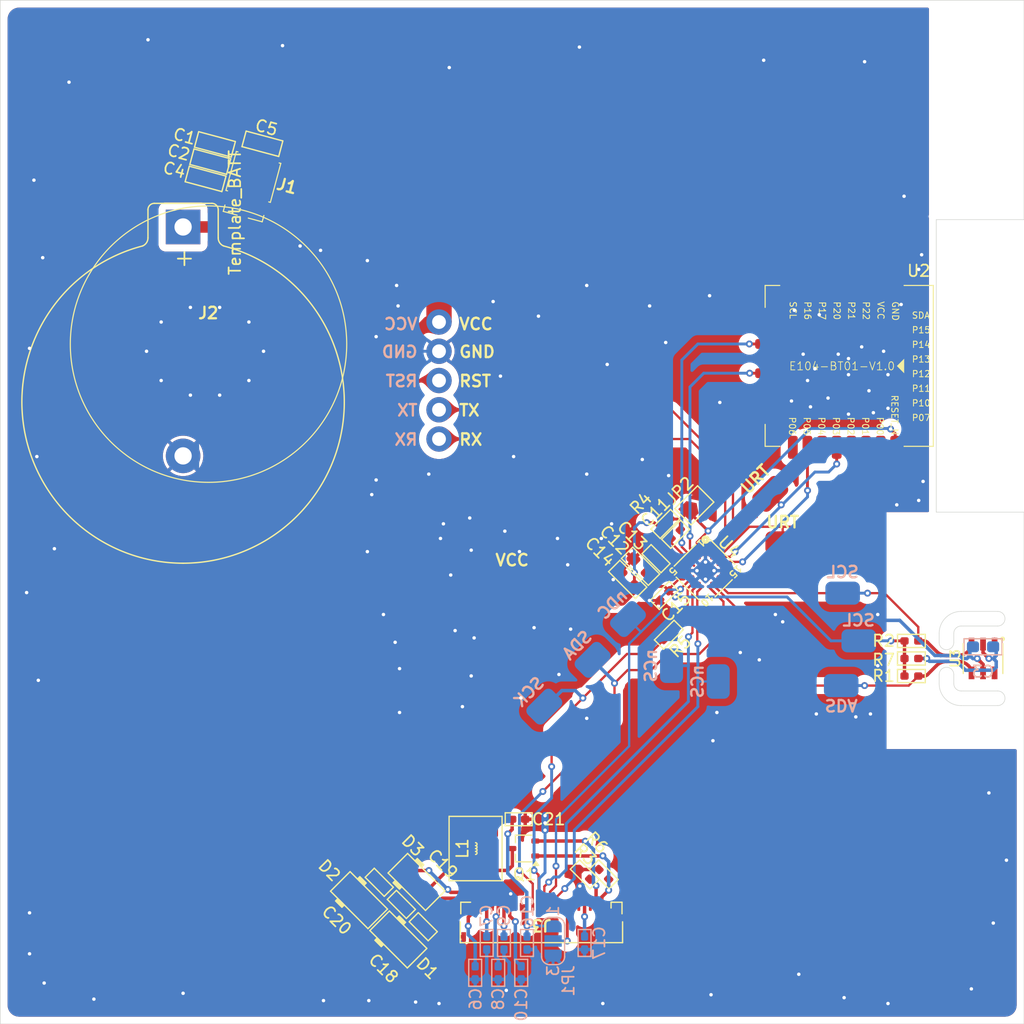
<source format=kicad_pcb>
(kicad_pcb (version 20240108) (generator "pcbnew") (generator_version "8.0")
  (layers (0 "F.Cu" mixed) (31 "B.Cu" mixed) (34 "B.Paste" user) (35 "F.Paste" user) (36 "B.SilkS" user "B.Silkscreen") (37 "F.SilkS" user "F.Silkscreen") (38 "B.Mask" user) (39 "F.Mask" user) (44 "Edge.Cuts" user))
  (net 0 "")
  (net 1 "VCC")
  (net 2 "Net-(U3-VDD)")
  (net 3 "GND")
  (net 4 "/E-Ink Driver/VCOM")
  (net 5 "/E-Ink Driver/VSL")
  (net 6 "/E-Ink Driver/VSH")
  (net 7 "/E-Ink Driver/VPP")
  (net 8 "/E-Ink Driver/VDDD")
  (net 9 "/E104-BT01/RST")
  (net 10 "/HC32L110_QFN20/VCAP")
  (net 11 "Net-(J3-Pin_5)")
  (net 12 "/E-Ink Driver/PREVGL")
  (net 13 "Net-(D3-A)")
  (net 14 "Net-(D1-K)")
  (net 15 "/E-Ink Driver/PREVGH")
  (net 16 "/E-Ink Driver/BUSY")
  (net 17 "/E-Ink Driver/nSDA")
  (net 18 "/E-Ink Driver/VDHR")
  (net 19 "/E-Ink Driver/TSCL")
  (net 20 "/E-Ink Driver/RST")
  (net 21 "/E-Ink Driver/RESE")
  (net 22 "/E-Ink Driver/nSCK")
  (net 23 "/E-Ink Driver/GDR")
  (net 24 "/E-Ink Driver/TSDA")
  (net 26 "/E-Ink Driver/nCS")
  (net 27 "/SDA")
  (net 28 "/SCL")
  (net 29 "/HC32L110_QFN20/UART_RX")
  (net 30 "/HC32L110_QFN20/UART_TX")
  (net 37 "/E104-BT01/TX")
  (net 38 "/E104-BT01/WKP")
  (net 39 "/E104-BT01/RX")
  (net 41 "/E104-BT01/DATA")
  (net 44 "/E104-BT01/LINK")
  (net 47 "/E104-BT01/MOD")
  (net 51 "/E104-BT01/DISC")
  (net 52 "unconnected-(U3-NC-Pad1)")
  (net 53 "unconnected-(U3-NC-Pad6)")
  (net 54 "/E-Ink Driver/BS")
  (net 55 "/E-Ink Driver/nDC")
  (footprint "Library:C_0402_1005Metric_Pad0.74x0.62mm_HandSolder" (layer "F.Cu") (at 121.2175 121.92 180)
    (property "Reference" "C21")
    (property "Value" "1u_50V")
  )
  (footprint "Library:C_0402_1005Metric_Pad0.74x0.62mm_HandSolder" (layer "F.Cu") (at 134.853717 97.175283 -135)
    (property "Reference" "C11")
    (property "Value" "100n")
  )
  (footprint "Library:TestPoint_D1.2+0.5mm" (layer "F.Cu") (at 114.3 81.28)
    (property "Reference" "TP7" (hide yes))
    (property "Value" "TestPoint_Alt" (hide yes))
  )
  (footprint "Library:C_0603_1608Metric_Pad1.05x0.95mm_HandSolder" (layer "F.Cu") (at 131.8006 99.949 135)
    (property "Reference" "C12")
    (property "Value" "4.7u")
  )
  (footprint "Library:C_0402_1005Metric_Pad0.74x0.62mm_HandSolder" (layer "F.Cu") (at 133.1468 99.2886 135)
    (property "Reference" "C13")
    (property "Value" "100n")
  )
  (footprint "Library:BatteryContactSpring_PODING_BC-1122-X-X" (layer "F.Cu") (at 94.2636 80.6594 -90)
    (property "Reference" "J2")
    (property "Value" "Batt_Neg_01x01_Pin")
  )
  (footprint "Library:TestPoint_D1.2+0.5mm" (layer "F.Cu") (at 114.3 86.36)
    (property "Reference" "TP10" (hide yes))
    (property "Value" "TestPoint_Alt" (hide yes))
  )
  (footprint "Library:C_0402_1005Metric_Pad0.74x0.62mm_HandSolder" (layer "F.Cu") (at 111.031185 129.316451 135)
    (property "Reference" "C19")
    (property "Value" "1u_50V")
  )
  (footprint "Library:SOT-323_SC-70" (layer "F.Cu") (at 121.666 124.46 180)
    (property "Reference" "Q1")
    (property "Value" "SI1304BDL")
  )
  (footprint "Library:D_SOD-123F" (layer "F.Cu") (at 110.77005 132.360051 -45)
    (property "Reference" "D1")
    (property "Value" "MBR0530" (hide yes))
  )
  (footprint "Library:C_0402_1005Metric_Pad0.74x0.62mm_HandSolder" (layer "F.Cu") (at 112.929342 131.250529 -45)
    (property "Reference" "C18")
    (property "Value" "1u_50V")
  )
  (footprint "Library:R_0402_1005Metric_Pad0.72x0.64mm_HandSolder" (layer "F.Cu") (at 155.321 106.436)
    (property "Reference" "R2")
    (property "Value" "1k")
  )
  (footprint "Library:R_0402_1005Metric_Pad0.72x0.64mm_HandSolder" (layer "F.Cu") (at 133.955691 96.277257 45)
    (property "Reference" "R4")
    (property "Value" "4.7k")
  )
  (footprint "Library:BatteryContactSpring_PODING_BC-1120-X-X" (layer "F.Cu") (at 98.177127 66.136975 -105)
    (property "Reference" "J1")
    (property "Value" "Batt_Pos_01x01_Pin")
  )
  (footprint "Library:L_Taiyo-Yuden_NR-40xx_BigPads" (layer "F.Cu") (at 117.475 124.465 -90)
    (property "Reference" "L1")
    (property "Value" "47u" (hide yes))
  )
  (footprint "Library:R_0402_1005Metric_Pad0.72x0.64mm_HandSolder" (layer "F.Cu") (at 155.321 109.484)
    (property "Reference" "R1")
    (property "Value" "1k")
  )
  (footprint "Library:SolderJumper-2_P1.3mm_Open_TrianglePad1.0x1.5mm" (layer "F.Cu") (at 136.470163 94.660811 45)
    (property "Reference" "JP2")
    (property "Value" "Jumper")
  )
  (footprint "Library:TestPoint_D1.2+0.5mm" (layer "F.Cu") (at 114.3 88.9)
    (property "Reference" "TP9" (hide yes))
    (property "Value" "TestPoint_Alt" (hide yes))
  )
  (footprint "Library:TestPad_3x2mm_forTestHook" (layer "F.Cu") (at 143.0655 93.6625 45)
    (property "Reference" "URT")
    (property "Value" "TestPad_3x2mm_forTestHook")
  )
  (footprint "Library:C_0603_1608Metric_Pad1.05x0.95mm_HandSolder" (layer "F.Cu") (at 98.9626 63.2604 165)
    (property "Reference" "C5")
    (property "Value" "22uF")
  )
  (footprint "Library:C_0402_1005Metric_Pad0.74x0.62mm_HandSolder" (layer "F.Cu") (at 109.10941 127.394676 135)
    (property "Reference" "C20")
    (property "Value" "1u_50V")
  )
  (footprint "Library:D_SOD-123F" (layer "F.Cu") (at 107.35331 128.943311 -45)
    (property "Reference" "D2")
    (property "Value" "MBR0530" (hide yes))
  )
  (footprint "Library:R_0402_1005Metric_Pad0.72x0.64mm_HandSolder" (layer "F.Cu") (at 128.609504 126.704504 -45)
    (property "Reference" "R6")
    (property "Value" "10k")
  )
  (footprint "Library:C_0402_1005Metric_Pad0.74x0.62mm_HandSolder" (layer "F.Cu") (at 133.863117 102.483883 -135)
    (property "Reference" "C15")
    (property "Value" "100n")
  )
  (footprint "Library:C_0603_1608Metric_Pad1.05x0.95mm_HandSolder" (layer "F.Cu") (at 94.840815 63.313333 165)
    (property "Reference" "C1")
    (property "Value" "22uF")
  )
  (footprint "Library:D_SOD-123F" (layer "F.Cu") (at 112.348454 127.364907 -45)
    (property "Reference" "D3")
    (property "Value" "MBR0530" (hide yes))
  )
  (footprint "Library:TestPoint_D1.2+0.5mm" (layer "F.Cu") (at 114.3 83.82)
    (property "Reference" "TP8" (hide yes))
    (property "Value" "TestPoint_Alt" (hide yes))
  )
  (footprint "Library:R_0402_1005Metric_Pad0.72x0.64mm_HandSolder" (layer "F.Cu") (at 126.958504 126.704504 -45)
    (property "Reference" "R3")
    (property "Value" "2.2")
  )
  (footprint "Library:C_0603_1608Metric_Pad1.05x0.95mm_HandSolder" (layer "F.Cu") (at 94.028015 66.310533 165)
    (property "Reference" "C4")
    (property "Value" "22uF")
  )
  (footprint "Library:TestPad_3x2mm_forTestHook" (layer "F.Cu") (at 144.145 97.917)
    (property "Reference" "URT")
    (property "Value" "TestPad_3x2mm_forTestHook")
  )
  (footprint "Library:C_0603_1608Metric_Pad1.05x0.95mm_HandSolder" (layer "F.Cu") (at 94.434415 64.811933 165)
    (property "Reference" "C2")
    (property "Value" "22uF")
  )
  (footprint "Library:QFN-20-1EP_3x3mm_P0.4mm_EP1.65x1.65mm_ThermalVias" (layer "F.Cu") (at 137.440051 100.33 -45)
    (property "Reference" "U4")
    (property "Value" "~" (hide yes))
  )
  (footprint "Library:Hirose_FH34SRJ-24S-0.5SH(50)_1x24_P0.50mm_Horizontal" (layer "F.Cu") (at 123.19 131.826 180)
    (property "Reference" "J3")
    (property "Value" "EPD_OPM015BG_1.54")
  )
  (footprint "Library:BatteryHolder_MYOUNG_BS-24-A1AJ009_CR2477" (layer "F.Cu") (at 92.075 70.485 -90)
    (property "Reference" "Template_BATT")
    (property "Value" "BatteryHolder_MYOUNG_BS-24-A1AJ009_CR2477")
  )
  (footprint "Library:R_0402_1005Metric_Pad0.72x0.64mm_HandSolder" (layer "F.Cu") (at 134.261004 105.895996 45)
    (property "Reference" "R5")
    (property "Value" "33")
  )
  (footprint "Library:C_0603_1608Metric_Pad1.05x0.95mm_HandSolder" (layer "F.Cu") (at 130.683 101.092 135)
    (property "Reference" "C14")
    (property "Value" "4.7u")
  )
  (footprint "Library:LGA-6_3x3mm_P1.00mm" (layer "F.Cu") (at 161.544 107.96 -90)
    (property "Reference" "U3")
    (property "Value" "~" (hide yes))
  )
  (footprint "Library:PE104-BT01" (layer "F.Cu") (at 148.336 82.55)
    (property "Reference" "U2")
    (property "Value" "~" (hide yes))
  )
  (footprint "Library:R_0402_1005Metric_Pad0.72x0.64mm_HandSolder" (layer "F.Cu") (at 155.321 107.96)
    (property "Reference" "R7")
    (property "Value" "330")
  )
  (footprint "Library:TestPad_3x2mm_forTestHook" (layer "F.Cu") (at 120.65 101.219)
    (property "Reference" "VCC")
    (property "Value" "TestPad_3x2mm_forTestHook")
  )
  (footprint "Library:TestPoint_D1.2+0.5mm" (layer "F.Cu") (at 114.3 78.74)
    (property "Reference" "TP6" (hide yes))
    (property "Value" "TestPoint_Alt" (hide yes))
  )
  (footprint "Library:C_0402_1005Metric_Pad0.74x0.62mm_HandSolder" (layer "B.Cu") (at 118.44 132.6642 90)
    (property "Reference" "C7")
    (property "Value" "1u_25V")
  )
  (footprint "Library:TestPad_3x2mm_forTestHook" (layer "B.Cu") (at 149.352 102.2858 180)
    (property "Reference" "SCL")
    (property "Value" "TestPad_3x2mm_forTestHook")
  )
  (footprint "Library:TestPad_3x2mm_forTestHook" (layer "B.Cu") (at 130.7084 104.5337 -135)
    (property "Reference" "nDC")
    (property "Value" "TestPad_3x2mm_forTestHook")
  )
  (footprint "Library:SolderJumper-3_P1.3mm_Open_RoundedPad1.0x1.5mm_NumberLabels" (layer "B.Cu") (at 124.206 132.491 -90)
    (property "Reference" "JP1")
    (property "Value" "Jumper_3_Open")
  )
  (footprint "Library:TestPad_3x2mm_forTestHook" (layer "B.Cu") (at 127.635 108.077 -135)
    (property "Reference" "SDA")
    (property "Value" "TestPad_3x2mm_forTestHook")
  )
  (footprint "Library:C_0603_1608Metric_Pad1.05x0.95mm_HandSolder" (layer "B.Cu") (at 161.544 106.944 180)
    (property "Reference" "C3")
    (property "Value" "10u")
  )
  (footprint "Library:C_0402_1005Metric_Pad0.74x0.62mm_HandSolder" (layer "B.Cu") (at 121.44 135.255 90)
    (property "Reference" "C10")
    (property "Value" "1u_6V")
  )
  (footprint "Library:TestPad_3x2mm_forTestHook" (layer "B.Cu") (at 123.444 112.141 -135)
    (property "Reference" "SCK")
    (property "Value" "TestPad_3x2mm_forTestHook")
  )
  (footprint "Library:C_0402_1005Metric_Pad0.74x0.62mm_HandSolder" (layer "B.Cu") (at 126.94 132.6642 90)
    (property "Reference" "C17")
    (property "Value" "1u_25V")
  )
  (footprint "Library:TestPad_3x2mm_forTestHook" (layer "B.Cu") (at 134.493 108.585 -90)
    (property "Reference" "nCS")
    (property "Value" "TestPad_3x2mm_forTestHook")
  )
  (footprint "Library:C_0402_1005Metric_Pad0.74x0.62mm_HandSolder" (layer "B.Cu") (at 119.94 132.6642 90)
    (property "Reference" "C9")
    (property "Value" "1u_6V")
  )
  (footprint "Library:TestPad_3x2mm_forTestHook" (layer "B.Cu") (at 149.225 110.3122)
    (property "Reference" "SDA")
    (property "Value" "TestPad_3x2mm_forTestHook")
  )
  (footprint "Library:C_0402_1005Metric_Pad0.74x0.62mm_HandSolder" (layer "B.Cu") (at 119.44 135.255 90)
    (property "Reference" "C8")
    (property "Value" "1u_25V")
  )
  (footprint "Library:TestPad_3x2mm_forTestHook" (layer "B.Cu") (at 150.749 106.426 180)
    (property "Reference" "SCL")
    (property "Value" "TestPad_3x2mm_forTestHook")
  )
  (footprint "Library:C_0402_1005Metric_Pad0.74x0.62mm_HandSolder" (layer "B.Cu") (at 117.44 135.255 90)
    (property "Reference" "C6")
    (property "Value" "1u_6V")
  )
  (footprint "Library:C_0402_1005Metric_Pad0.74x0.62mm_HandSolder" (layer "B.Cu") (at 121.94 132.6642 90)
    (property "Reference" "C16")
    (property "Value" "1u_6V")
  )
  (footprint "Library:TestPad_3x2mm_forTestHook" (layer "B.Cu") (at 138.5443 109.9566 -90)
    (property "Reference" "nCS")
    (property "Value" "TestPad_3x2mm_forTestHook")
  )
  (gr_poly (pts (xy 161.769 108.05) (xy 162.109024 107.666489) (xy 162.079024 107.661489) (xy 162.056729 107.658212) (xy 162.031729 107.653212) (xy 162.016729 107.648212) (xy 162.006729 107.643212) (xy 161.966729 107.628212) (xy 161.931729 107.608212) (xy 161.901729 107.588212) (xy 161.876729 107.573212) (xy 161.836729 107.538212) (xy 161.621729 107.74) (xy 161.651729 107.773212) (xy 161.679024 107.801489) (xy 161.694024 107.821489) (xy 161.709024 107.841489) (xy 161.729024 107.876489) (xy 161.739024 107.911489) (xy 161.744024 107.936489) (xy 161.749024 107.971489) (xy 161.759 108.025)) (fill solid) (layer "F.Cu") (net 2))
  (gr_rect (start 114.3 71.755) (end 153.035 73.66) (fill solid) (layer "F.Cu") (net 1))
  (gr_line (start 95.686 63.5398) (end 97.533215 64.049933) (stroke (width 0.3)) (layer "F.Cu") (net 1))
  (gr_line (start 94.8732 66.537) (end 96.720415 67.047133) (stroke (width 0.3)) (layer "F.Cu") (net 1))
  (gr_line (start 99.297652 65.334082) (end 99.807785 63.486867) (stroke (width 0.3)) (layer "F.Cu") (net 1))
  (gr_poly (pts (xy 99.408266 65.734679) (xy 115.525976 72.282581) (xy 114.741575 74.291533) (xy 98.623866 67.743631)) (fill solid) (layer "F.Cu") (net 1))
  (gr_line (start 95.2796 65.0384) (end 97.126815 65.548533) (stroke (width 0.3)) (layer "F.Cu") (net 1))
  (gr_poly (pts (xy 126.5047 127.7366) (xy 126.5047 125.8697) (xy 125.3998 125.8697) (xy 125.3998 126.2126) (xy 126.3142 127.7366)) (fill solid) (layer "F.Cu") (net 3))
  (gr_poly (pts (xy 161.324 107.875) (xy 160.979 108.255) (xy 161.009 108.26) (xy 161.031295 108.263277) (xy 161.056295 108.268277) (xy 161.071295 108.273277) (xy 161.081295 108.278277) (xy 161.121295 108.293277) (xy 161.156295 108.313277) (xy 161.186295 108.333277) (xy 161.211295 108.348277) (xy 161.251295 108.383277) (xy 161.466295 108.178277) (xy 161.436295 108.148277) (xy 161.409 108.12) (xy 161.394 108.1) (xy 161.379 108.08) (xy 161.359 108.045) (xy 161.349 108.01) (xy 161.344 107.985) (xy 161.339 107.95) (xy 161.334 107.91)) (fill solid) (layer "F.Cu") (net 3))
  (gr_rect (start 152.273 73.025) (end 153.035 75.057) (fill solid) (layer "F.Cu") (net 1))
  (gr_rect (start 113.2 71.755) (end 115.4 78.74) (fill solid) (layer "F.Cu") (net 1))
  (gr_line (start 94.8732 66.537) (end 95.686 63.5398) (stroke (width 0.3)) (layer "F.Cu") (net 1))
  (gr_poly (pts (xy 160.313 108.005) (xy 160.13949 107.767324) (xy 160.15949 107.757324) (xy 160.18949 107.757324) (xy 160.20949 107.747324) (xy 160.22449 107.742324) (xy 160.248 107.735) (xy 160.27449 107.732324) (xy 160.30949 107.712324) (xy 160.31949 107.707324) (xy 160.34449 107.692324) (xy 160.548 107.93) (xy 160.513 108.005) (xy 160.488 108.005) (xy 160.463 107.985) (xy 160.448 107.975) (xy 160.428 107.965) (xy 160.413 107.96) (xy 160.393 107.955) (xy 160.373 107.96) (xy 160.353 107.97) (xy 160.333 107.985)) (fill solid) (layer "B.Cu") (net 3))
  (gr_poly (pts (xy 162.748 107.855) (xy 162.500324 107.702585) (xy 162.490324 107.722585) (xy 162.490324 107.752585) (xy 162.480324 107.772585) (xy 162.475324 107.787585) (xy 162.468 107.811095) (xy 162.465324 107.837585) (xy 162.445324 107.872585) (xy 162.440324 107.882585) (xy 162.425324 107.907585) (xy 162.663 108.111095) (xy 162.738 108.076095) (xy 162.738 108.055) (xy 162.718 108.026095) (xy 162.708 108.011095) (xy 162.698 107.991095) (xy 162.693 107.976095) (xy 162.688 107.956095) (xy 162.693 107.936095) (xy 162.703 107.916095) (xy 162.723 107.885)) (fill solid) (layer "B.Cu") (net 2))
  (gr_circle (center 94.2826 80.6594) (end 94.2826 92.6609) (stroke (width 0.1)) (fill none) (layer "F.SilkS"))
  (gr_arc (start 162.814 110.7794) (mid 163.449 111.4144) (end 162.814 112.0494) (stroke (width 0.05)) (layer "Edge.Cuts"))
  (gr_line (start 157.48 95.25) (end 165.1 95.25) (stroke (width 0.05)) (layer "Edge.Cuts"))
  (gr_line (start 76.2 139.7) (end 76.2 50.8) (stroke (width 0.05)) (layer "Edge.Cuts"))
  (gr_arc (start 159.639 110.7794) (mid 159.189987 110.593413) (end 159.004 110.1444) (stroke (width 0.05)) (layer "Edge.Cuts"))
  (gr_arc (start 162.814 103.8706) (mid 163.449 104.5056) (end 162.814 105.1406) (stroke (width 0.05)) (layer "Edge.Cuts"))
  (gr_line (start 162.814 105.1406) (end 159.639 105.1406) (stroke (width 0.05)) (layer "Edge.Cuts"))
  (gr_line (start 159.639 103.8706) (end 162.814 103.8706) (stroke (width 0.05)) (layer "Edge.Cuts"))
  (gr_arc (start 159.004 105.7756) (mid 159.189987 105.326587) (end 159.639 105.1406) (stroke (width 0.05)) (layer "Edge.Cuts"))
  (gr_arc (start 157.734 109.357) (mid 158.369 108.722) (end 159.004 109.357) (stroke (width 0.05)) (layer "Edge.Cuts"))
  (gr_line (start 157.48 69.85) (end 157.48 95.25) (stroke (width 0.05)) (layer "Edge.Cuts"))
  (gr_line (start 159.639 112.0494) (end 162.814 112.0494) (stroke (width 0.05)) (layer "Edge.Cuts"))
  (gr_arc (start 159.004 106.563) (mid 158.369 107.198) (end 157.734 106.563) (stroke (width 0.05)) (layer "Edge.Cuts"))
  (gr_line (start 76.2 50.8) (end 165.1 50.8) (stroke (width 0.05)) (layer "Edge.Cuts"))
  (gr_line (start 157.734 109.357) (end 157.734 110.1444) (stroke (width 0.05)) (layer "Edge.Cuts"))
  (gr_line (start 165.1 139.7) (end 76.2 139.7) (stroke (width 0.05)) (layer "Edge.Cuts"))
  (gr_line (start 157.734 106.563) (end 157.734 105.7756) (stroke (width 0.05)) (layer "Edge.Cuts"))
  (gr_line (start 159.004 109.357) (end 159.004 110.1444) (stroke (width 0.05)) (layer "Edge.Cuts"))
  (gr_line (start 165.1 69.85) (end 157.48 69.85) (stroke (width 0.05)) (layer "Edge.Cuts"))
  (gr_arc (start 159.639 112.0494) (mid 158.291962 111.491438) (end 157.734 110.1444) (stroke (width 0.05)) (layer "Edge.Cuts"))
  (gr_arc (start 157.734 105.7756) (mid 158.291962 104.428562) (end 159.639 103.8706) (stroke (width 0.05)) (layer "Edge.Cuts"))
  (gr_line (start 159.004 106.563) (end 159.004 105.7756) (stroke (width 0.05)) (layer "Edge.Cuts"))
  (gr_line (start 162.814 110.7794) (end 159.639 110.7794) (stroke (width 0.05)) (layer "Edge.Cuts"))
  (gr_line (start 165.1 50.8) (end 165.1 69.85) (stroke (width 0.05)) (layer "Edge.Cuts"))
  (gr_line (start 165.1 95.25) (end 165.1 139.7) (stroke (width 0.05)) (layer "Edge.Cuts"))
  (gr_text "RST" (at 112.540618 84.455 -0) (layer "B.SilkS") (effects (font (size 1 1) (thickness 0.2) (bold yes)) (justify left bottom mirror)))
  (gr_text "TX" (at 112.540618 86.995 -0) (layer "B.SilkS") (effects (font (size 1 1) (thickness 0.2) (bold yes)) (justify left bottom mirror)))
  (gr_text "VCC" (at 112.540618 79.502 -0) (layer "B.SilkS") (effects (font (size 1 1) (thickness 0.2) (bold yes)) (justify left bottom mirror)))
  (gr_text "RX" (at 112.540618 89.535 -0) (layer "B.SilkS") (effects (font (size 1 1) (thickness 0.2) (bold yes)) (justify left bottom mirror)))
  (gr_text "GND" (at 112.540618 81.915 -0) (layer "B.SilkS") (effects (font (size 1 1) (thickness 0.2) (bold yes)) (justify left bottom mirror)))
  (gr_text "GND" (at 115.951 81.915 0) (layer "F.SilkS") (effects (font (size 1 1) (thickness 0.2) (bold yes)) (justify left bottom)))
  (gr_text "RST" (at 115.951 84.455 0) (layer "F.SilkS") (effects (font (size 1 1) (thickness 0.2) (bold yes)) (justify left bottom)))
  (gr_text "TX" (at 115.951 86.995 0) (layer "F.SilkS") (effects (font (size 1 1) (thickness 0.2) (bold yes)) (justify left bottom)))
  (gr_text "RX" (at 115.951 89.535 0) (layer "F.SilkS") (effects (font (size 1 1) (thickness 0.2) (bold yes)) (justify left bottom)))
  (gr_text "VCC" (at 115.951 79.502 0) (layer "F.SilkS") (effects (font (size 1 1) (thickness 0.2) (bold yes)) (justify left bottom)))
  (segment (start 131.8768 102.2858) (end 131.301718 101.710718) (width 0.25) (layer "F.Cu") (net 1))
  (segment (start 113.665 116.84) (end 113.665 107.315) (width 0.635) (layer "F.Cu") (net 1))
  (segment (start 120.65 102.8065) (end 120.5865 102.87) (width 0.25) (layer "F.Cu") (net 1))
  (segment (start 117.475 119.38) (end 117.475 122.565) (width 0.635) (layer "F.Cu") (net 1))
  (segment (start 121.793 102.87) (end 130.142436 102.87) (width 1) (layer "F.Cu") (net 1))
  (segment (start 113.665 116.84) (end 114.935 118.11) (width 0.635) (layer "F.Cu") (net 1))
  (segment (start 114.935 118.11) (end 116.205 118.11) (width 0.635) (layer "F.Cu") (net 1))
  (segment (start 111.76 105.41) (end 111.76 102.87) (width 0.635) (layer "F.Cu") (net 1))
  (segment (start 113.665 107.315) (end 111.76 105.41) (width 0.635) (layer "F.Cu") (net 1))
  (segment (start 113.3475 78.74) (end 110.49 81.5975) (width 1) (layer "F.Cu") (net 1))
  (segment (start 133.2484 101.7016) (end 132.6642 102.2858) (width 0.25) (layer "F.Cu") (net 1))
  (segment (start 135.54668 101.092) (end 135.1026 101.092) (width 0.2) (layer "F.Cu") (net 1))
  (segment (start 120.65 101.219) (end 119.55 101.219) (width 0.25) (layer "F.Cu") (net 1))
  (segment (start 121.666 129.526) (end 121.6787 129.5387) (width 0.4) (layer "F.Cu") (net 1))
  (segment (start 117.475 121.92) (end 117.475 122.565) (width 0.3) (layer "F.Cu") (net 1))
  (segment (start 152.019 72.39) (end 152.654 73.025) (width 0.3) (layer "F.Cu") (net 1))
  (segment (start 134.2644 102.0826) (end 133.8834 101.7016) (width 0.25) (layer "F.Cu") (net 1))
  (segment (start 135.849061 100.789619) (end 135.54668 101.092) (width 0.2) (layer "F.Cu") (net 1))
  (segment (start 153.543 106.426) (end 154.7135 106.426) (width 0.25) (layer "F.Cu") (net 1))
  (segment (start 131.2672 101.6762) (end 131.301718 101.710718) (width 0.25) (layer "F.Cu") (net 1))
  (segment (start 134.8105 102.616) (end 134.7978 102.616) (width 0.25) (layer "F.Cu") (net 1))
  (segment (start 116.713 72.39) (end 152.019 72.39) (width 0.3) (layer "F.Cu") (net 1))
  (segment (start 98.209479 67.304263) (end 98.209479 66.016234) (width 1) (layer "F.Cu") (net 1))
  (segment (start 121.6787 129.5387) (end 121.6787 130.9297) (width 0.4) (layer "F.Cu") (net 1))
  (segment (start 133.8834 101.7016) (end 133.2484 101.7016) (width 0.25) (layer "F.Cu") (net 1))
  (segment (start 133.1468 96.3168) (end 132.9944 96.1644) (width 0.25) (layer "F.Cu") (net 1))
  (segment (start 120.65 101.219) (end 121.75 101.219) (width 0.25) (layer "F.Cu") (net 1))
  (segment (start 111.76 102.87) (end 121.793 102.87) (width 1) (layer "F.Cu") (net 1))
  (segment (start 135.1026 101.092) (end 134.2644 101.9302) (width 0.2) (layer "F.Cu") (net 1))
  (segment (start 121.75 102.8065) (end 120.65 102.8065) (width 0.25) (layer "F.Cu") (net 1))
  (segment (start 134.7978 102.616) (end 134.2644 102.0826) (width 0.25) (layer "F.Cu") (net 1))
  (segment (start 120.65 101.219) (end 120.65 102.8065) (width 0.25) (layer "F.Cu") (net 1))
  (segment (start 121.44 129.426) (end 121.94 129.426) (width 0.25) (layer "F.Cu") (net 1))
  (segment (start 114.3 78.74) (end 113.3475 78.74) (width 1) (layer "F.Cu") (net 1))
  (segment (start 121.75 101.219) (end 121.75 102.8065) (width 0.25) (layer "F.Cu") (net 1))
  (segment (start 131.2672 100.4824) (end 131.2672 101.6762) (width 0.25) (layer "F.Cu") (net 1))
  (segment (start 110.49 81.5975) (end 110.49 101.6) (width 1) (layer "F.Cu") (net 1))
  (segment (start 154.7135 106.426) (end 154.7235 106.436) (width 0.25) (layer "F.Cu") (net 1))
  (segment (start 120.65 122.809) (end 120.65 121.92) (width 0.3) (layer "F.Cu") (net 1))
  (segment (start 133.529753 96.699753) (end 133.1468 96.3168) (width 0.25) (layer "F.Cu") (net 1))
  (segment (start 116.205 118.11) (end 117.475 119.38) (width 0.635) (layer "F.Cu") (net 1))
  (segment (start 119.55 102.87) (end 121.793 102.87) (width 0.25) (layer "F.Cu") (net 1))
  (segment (start 132.6642 102.2858) (end 131.8768 102.2858) (width 0.25) (layer "F.Cu") (net 1))
  (segment (start 154.7235 109.484) (end 154.7235 106.436) (width 0.3) (layer "F.Cu") (net 1))
  (segment (start 119.55 101.219) (end 119.55 102.87) (width 0.25) (layer "F.Cu") (net 1))
  (segment (start 110.49 101.6) (end 111.76 102.87) (width 1) (layer "F.Cu") (net 1))
  (segment (start 134.2644 101.9302) (end 134.2644 102.0826) (width 0.2) (layer "F.Cu") (net 1))
  (segment (start 133.533195 96.699753) (end 133.529753 96.699753) (width 0.25) (layer "F.Cu") (net 1))
  (segment (start 120.269 123.19) (end 120.65 122.809) (width 0.3) (layer "F.Cu") (net 1))
  (segment (start 92.075 70.485) (end 95.621975 70.485) (width 1) (layer "F.Cu") (net 1))
  (segment (start 114.3 74.803) (end 116.713 72.39) (width 0.3) (layer "F.Cu") (net 1))
  (segment (start 120.65 121.92) (end 117.475 121.92) (width 0.3) (layer "F.Cu") (net 1))
  (segment (start 152.654 75.47139) (end 152.64519 75.4802) (width 0.3) (layer "F.Cu") (net 1))
  (segment (start 132.9944 96.1644) (end 132.334 96.1644) (width 0.25) (layer "F.Cu") (net 1))
  (segment (start 121.6787 130.9297) (end 121.94 131.191) (width 0.4) (layer "F.Cu") (net 1))
  (segment (start 152.654 73.025) (end 152.654 75.47139) (width 0.3) (layer "F.Cu") (net 1))
  (segment (start 130.142436 102.87) (end 131.301718 101.710718) (width 1) (layer "F.Cu") (net 1))
  (via (at 153.543 106.426) (size 0.6) (drill 0.3) (layers "F.Cu" "B.Cu") (net 1))
  (via (at 134.8105 102.616) (size 0.6) (drill 0.3) (layers "F.Cu" "B.Cu") (net 1))
  (via (at 132.334 96.1644) (size 0.6) (drill 0.3) (layers "F.Cu" "B.Cu") (net 1))
  (via (at 120.269 123.19) (size 0.6) (drill 0.3) (layers "F.Cu" "B.Cu") (net 1))
  (via (at 121.94 131.191) (size 0.6) (drill 0.3) (layers "F.Cu" "B.Cu") (net 1))
  (via (at 131.2672 100.4824) (size 0.6) (drill 0.3) (layers "F.Cu" "B.Cu") (net 1))
  (arc (start 95.621975 70.485) (mid 96.451642 70.319969) (end 97.155 69.85) (width 1) (layer "F.Cu") (net 1))
  (arc (start 97.155 69.85) (mid 97.935429 68.682006) (end 98.209479 67.304263) (width 1) (layer "F.Cu") (net 1))
  (segment (start 121.92 128.27) (end 120.269 126.619) (width 0.3) (layer "B.Cu") (net 1))
  (segment (start 131.2672 96.5962) (end 131.2672 100.4824) (width 0.25) (layer "B.Cu") (net 1))
  (segment (start 121.94 131.191) (end 121.94 132.0967) (width 0.3) (layer "B.Cu") (net 1))
  (segment (start 121.94 131.191) (end 124.206 131.191) (width 0.25) (layer "B.Cu") (net 1))
  (segment (start 132.334 96.1644) (end 131.699 96.1644) (width 0.25) (layer "B.Cu") (net 1))
  (segment (start 121.94 131.191) (end 121.92 131.191) (width 0.3) (layer "B.Cu") (net 1))
  (segment (start 120.269 126.619) (end 120.269 123.19) (width 0.3) (layer "B.Cu") (net 1))
  (segment (start 148.336 106.426) (end 153.543 106.426) (width 0.25) (layer "B.Cu") (net 1))
  (segment (start 131.699 96.1644) (end 131.2672 96.5962) (width 0.25) (layer "B.Cu") (net 1))
  (segment (start 121.92 131.191) (end 121.92 128.27) (width 0.3) (layer "B.Cu") (net 1))
  (segment (start 144.526 102.616) (end 148.336 106.426) (width 0.25) (layer "B.Cu") (net 1))
  (segment (start 134.8105 102.616) (end 144.526 102.616) (width 0.25) (layer "B.Cu") (net 1))
  (segment (start 156.6545 107.96) (end 155.9185 107.96) (width 0.3) (layer "F.Cu") (net 2))
  (segment (start 161.544 107.452) (end 162.052 107.96) (width 0.3) (layer "F.Cu") (net 2))
  (segment (start 161.544 106.91) (end 161.544 107.452) (width 0.3) (layer "F.Cu") (net 2))
  (via (at 162.052 107.96) (size 0.6) (drill 0.3) (layers "F.Cu" "B.Cu") (net 2))
  (via (at 156.6545 107.96) (size 0.6) (drill 0.3) (layers "F.Cu" "B.Cu") (net 2))
  (segment (start 162.687 108.214) (end 162.433 107.96) (width 0.3) (layer "B.Cu") (net 2))
  (segment (start 162.433 108.976) (end 162.687 108.722) (width 0.3) (layer "B.Cu") (net 2))
  (segment (start 162.687 106.9705) (end 162.4065 106.69) (width 0.3) (layer "B.Cu") (net 2))
  (segment (start 159.429054 108.385054) (end 160.02 108.976) (width 0.3) (layer "B.Cu") (net 2))
  (segment (start 159.258 108.206) (end 159.429054 108.377054) (width 0.3) (layer "B.Cu") (net 2))
  (segment (start 162.052 107.96) (end 162.433 107.96) (width 0.3) (layer "B.Cu") (net 2))
  (segment (start 156.6545 107.96) (end 156.9005 108.206) (width 0.3) (layer "B.Cu") (net 2))
  (segment (start 162.687 108.722) (end 162.687 108.214) (width 0.3) (layer "B.Cu") (net 2))
  (segment (start 159.429054 108.377054) (end 159.429054 108.385054) (width 0.3) (layer "B.Cu") (net 2))
  (segment (start 160.02 108.976) (end 162.433 108.976) (width 0.3) (layer "B.Cu") (net 2))
  (segment (start 162.687 107.706) (end 162.687 106.9705) (width 0.3) (layer "B.Cu") (net 2))
  (segment (start 156.9005 108.206) (end 159.258 108.206) (width 0.3) (layer "B.Cu") (net 2))
  (segment (start 162.433 107.96) (end 162.687 107.706) (width 0.3) (layer "B.Cu") (net 2))
  (segment (start 134.452434 97.576566) (end 134.325434 97.576566) (width 0.25) (layer "F.Cu") (net 3))
  (segment (start 92.71 77.47) (end 97.79 77.47) (width 0.25) (layer "F.Cu") (net 3))
  (segment (start 113.411 132.5245) (end 113.411 133.0325) (width 0.25) (layer "F.Cu") (net 3))
  (segment (start 88.9 83.82) (end 88.9 78.74) (width 0.25) (layer "F.Cu") (net 3))
  (segment (start 90.17 83.82) (end 88.9 83.82) (width 0.25) (layer "F.Cu") (net 3))
  (segment (start 136.991841 94.148159) (end 136.982815 94.148159) (width 0.25) (layer "F.Cu") (net 3))
  (segment (start 100.33 61.346595) (end 95.891412 61.346595) (width 0.25) (layer "F.Cu") (net 3))
  (segment (start 130.064282 100.473282) (end 129.429282 101.108282) (width 0.25) (layer "F.Cu") (net 3))
  (segment (start 134.239 92.075) (end 136.779 92.075) (width 0.25) (layer "F.Cu") (net 3))
  (segment (start 91.675334 66.084066) (end 89.2556 68.5038) (width 0.25) (layer "F.Cu") (net 3))
  (segment (start 133.4262 102.9208) (end 133.461834 102.885166) (width 0.25) (layer "F.Cu") (net 3))
  (segment (start 88.9 78.74) (end 90.17 78.74) (width 0.25) (layer "F.Cu") (net 3))
  (segment (start 133.014683 98.887317) (end 132.745517 98.887317) (width 0.25) (layer "F.Cu") (net 3))
  (segment (start 99.06 78.74) (end 99.06 81.28) (width 0.25) (layer "F.Cu") (net 3))
  (segment (start 92.9386 81.5594) (end 95.5886 81.5594) (width 0.25) (layer "F.Cu") (net 3))
  (segment (start 90.17 78.74) (end 90.17 77.47) (width 0.25) (layer "F.Cu") (net 3))
  (segment (start 122.682 121.6025) (end 123.5075 121.6025) (width 0.25) (layer "F.Cu") (net 3))
  (segment (start 136.779 92.075) (end 137.668 92.964) (width 0.25) (layer "F.Cu") (net 3))
  (segment (start 108.331 126.619) (end 107.697723 126.619) (width 0.25) (layer "F.Cu") (net 3))
  (segment (start 104.141723 130.175) (end 106.363361 127.953362) (width 0.25) (layer "F.Cu") (net 3))
  (segment (start 113.411 133.6675) (end 112.014 135.0645) (width 0.25) (layer "F.Cu") (net 3))
  (segment (start 132.732817 98.887317) (end 132.3975 98.552) (width 0.25) (layer "F.Cu") (net 3))
  (segment (start 131.181882 99.355682) (end 130.064282 100.473282) (width 0.25) (layer "F.Cu") (net 3))
  (segment (start 114.935 133.6675) (end 113.411 133.6675) (width 0.25) (layer "F.Cu") (net 3))
  (segment (start 108.708127 126.993393) (end 108.705393 126.993393) (width 0.25) (layer "F.Cu") (net 3))
  (segment (start 105.791 61.341) (end 110.363 65.913) (width 0.25) (layer "F.Cu") (net 3))
  (segment (start 97.79 85.09) (end 95.25 85.09) (width 0.25) (layer "F.Cu") (net 3))
  (segment (start 110.363 65.913) (end 148.463 65.913) (width 0.25) (layer "F.Cu") (net 3))
  (segment (start 121.785 121.92) (end 122.682 121.92) (width 0.25) (layer "F.Cu") (net 3))
  (segment (start 120.94 128.814) (end 120.523 128.397) (width 0.3) (layer "F.Cu") (net 3))
  (segment (start 122.682 121.92) (end 122.682 121.6025) (width 0.25) (layer "F.Cu") (net 3))
  (segment (start 93.18283 65.566602) (end 93.18283 66.084066) (width 0.25) (layer "F.Cu") (net 3))
  (segment (start 134.325434 97.576566) (end 133.014683 98.887317) (width 0.25) (layer "F.Cu") (net 3))
  (segment (start 107.697723 126.619) (end 106.363361 127.953362) (width 0.25) (layer "F.Cu") (net 3))
  (segment (start 92.9386 77.9526) (end 92.9386 79.7594) (width 0.25) (layer "F.Cu") (net 3))
  (segment (start 95.5886 79.7594) (end 92.9386 79.7594) (width 0.25) (layer "F.Cu") (net 3))
  (segment (start 89.2556 68.5038) (end 89.2556 74.2696) (width 0.25) (layer "F.Cu") (net 3))
  (segment (start 126.53 127.72) (end 126.53 126.288016) (width 0.3) (layer "F.Cu") (net 3))
  (segment (start 153.91519 71.36519) (end 153.91519 75.4802) (width 0.25) (layer "F.Cu") (net 3))
  (segment (start 97.79 83.82) (end 97.79 85.09) (width 0.25) (layer "F.Cu") (net 3))
  (segment (start 90.17 85.09) (end 90.17 83.82) (width 0.25) (layer "F.Cu") (net 3))
  (segment (start 99.06 83.82) (end 97.79 83.82) (width 0.25) (layer "F.Cu") (net 3))
  (segment (start 93.18283 66.084066) (end 91.675334 66.084066) (width 0.25) (layer "F.Cu") (net 3))
  (segment (start 97.79 78.74) (end 99.06 78.74) (width 0.25) (layer "F.Cu") (net 3))
  (segment (start 113.411 133.0325) (end 113.411 133.6675) (width 0.25) (layer "F.Cu") (net 3))
  (segment (start 136.450102 99.905737) (end 134.452434 97.908069) (width 0.2) (layer "F.Cu") (net 3))
  (segment (start 95.5886 81.5594) (end 95.5886 79.7594) (width 0.25) (layer "F.Cu") (net 3))
  (segment (start 90.17 77.47) (end 92.71 77.47) (width 0.25) (layer "F.Cu") (net 3))
  (segment (start 137.668 92.964) (end 137.668 93.472) (width 0.25) (layer "F.Cu") (net 3))
  (segment (start 132.5753 102.9208) (end 133.4262 102.9208) (width 0.25) (layer "F.Cu") (net 3))
  (segment (start 99.06 81.28) (end 99.06 83.82) (width 0.25) (layer "F.Cu") (net 3))
  (segment (start 93.345 125.095) (end 98.425 130.175) (width 0.25) (layer "F.Cu") (net 3))
  (segment (start 109.031223 135.0645) (end 104.141723 130.175) (width 0.25) (layer "F.Cu") (net 3))
  (segment (start 134.452434 97.908069) (end 134.452434 97.576566) (width 0.2) (layer "F.Cu") (net 3))
  (segment (start 132.745517 98.887317) (end 132.732817 98.887317) (width 0.25) (layer "F.Cu") (net 3))
  (segment (start 95.5886 83.566) (end 95.5886 111.1039) (width 0.25) (layer "F.Cu") (net 3))
  (segment (start 95.25 85.09) (end 90.17 85.09) (width 0.25) (layer "F.Cu") (net 3))
  (segment (start 95.5886 111.1039) (end 93.345 113.3475) (width 0.25) (layer "F.Cu") (net 3))
  (segment (start 126.536008 126.282008) (end 128.187008 126.282008) (width 0.3) (layer "F.Cu") (net 3))
  (segment (start 113.804813 132.130687) (end 113.411 132.5245) (width 0.25) (layer "F.Cu") (net 3))
  (segment (start 114.935 132.126) (end 116.44 132.126) (width 0.25) (layer "F.Cu") (net 3))
  (segment (start 98.425 130.175) (end 104.141723 130.175) (width 0.25) (layer "F.Cu") (net 3))
  (segment (start 94.6785 61.849) (end 94.388071 62.139429) (width 0.25) (layer "F.Cu") (net 3))
  (segment (start 92.9386 79.7594) (end 92.9386 81.5594) (width 0.25) (layer "F.Cu") (net 3))
  (segment (start 132.3975 98.552) (end 131.960164 98.552) (width 0.25) (layer "F.Cu") (net 3))
  (segment (start 113.804813 132.126) (end 114.935 132.126) (width 0.25) (layer "F.Cu") (net 3))
  (segment (start 100.509878 61.341) (end 105.791 61.341) (width 0.25) (layer "F.Cu") (net 3))
  (segment (start 113.804813 132.126) (end 113.804813 132.130687) (width 0.25) (layer "F.Cu") (net 3))
  (segment (start 114.935 133.0325) (end 114.935 132.126) (width 0.25) (layer "F.Cu") (net 3))
  (segment (start 148.463 65.913) (end 153.91519 71.36519) (width 0.25) (layer "F.Cu") (net 3))
  (segment (start 97.79 77.47) (end 97.79 78.74) (width 0.25) (layer "F.Cu") (net 3))
  (segment (start 114.935 133.0325) (end 113.411 133.0325) (width 0.25) (layer "F.Cu") (net 3))
  (segment (start 108.705393 126.993393) (end 108.331 126.619) (width 0.25) (layer "F.Cu") (net 3))
  (segment (start 137.668 93.472) (end 136.991841 94.148159) (width 0.25) (layer "F.Cu") (net 3))
  (segment (start 161.544 109.01) (end 161.544 108.468) (width 0.3) (layer "F.Cu") (net 3))
  (segment (start 131.960164 98.552) (end 131.181882 99.330282) (width 0.25) (layer "F.Cu") (net 3))
  (segment (start 112.014 135.0645) (end 109.031223 135.0645) (width 0.25) (layer "F.Cu") (net 3))
  (segment (start 93.345 113.3475) (end 93.345 125.095) (width 0.25) (layer "F.Cu") (net 3))
  (segment (start 126.53 126.288016) (end 126.536008 126.282008) (width 0.3) (layer "F.Cu") (net 3))
  (segment (start 93.58923 64.068002) (end 93.58923 64.585466) (width 0.25) (layer "F.Cu") (net 3))
  (segment (start 113.330625 131.651812) (end 113.804813 132.126) (width 0.25) (layer "F.Cu") (net 3))
  (segment (start 161.544 108.468) (end 161.036 107.96) (width 0.3) (layer "F.Cu") (net 3))
  (segment (start 99.06 81.5594) (end 99.06 81.28) (width 0.25) (layer "F.Cu") (net 3))
  (segment (start 89.2556 74.2696) (end 92.9386 77.9526) (width 0.25) (layer "F.Cu") (net 3))
  (segment (start 95.5886 81.5594) (end 99.06 81.5594) (width 0.25) (layer "F.Cu") (net 3))
  (segment (start 95.5886 81.5594) (end 95.5886 83.566) (width 0.25) (layer "F.Cu") (net 3))
  (segment (start 120.94 129.526) (end 120.94 128.814) (width 0.3) (layer "F.Cu") (net 3))
  (via (at 148.971 81.534) (size 0.6) (drill 0.3) (layers "F.Cu" "B.Cu") (net 3))
  (via (at 146.558 86.106) (size 0.6) (drill 0.3) (layers "F.Cu" "B.Cu") (net 3))
  (via (at 114.681 96.266) (size 0.6) (drill 0.3) (layers "F.Cu" "B.Cu") (net 3))
  (via (at 155.956 94.234) (size 0.6) (drill 0.3) (layers "F.Cu" "B.Cu") (net 3))
  (via (at 78.486 102.235) (size 0.6) (drill 0.3) (layers "F.Cu" "B.Cu") (net 3))
  (via (at 124.714 109.347) (size 0.6) (drill 0.3) (layers "F.Cu" "B.Cu") (net 3))
  (via (at 108.458 93.726) (size 0.6) (drill 0.3) (layers "F.Cu" "B.Cu") (net 3))
  (via (at 115.316 100.711) (size 0.6) (drill 0.3) (layers "F.Cu" "B.Cu") (net 3))
  (via (at 153.289 137.922) (size 0.6) (drill 0.3) (layers "F.Cu" "B.Cu") (net 3))
  (via (at 78.74 81.026) (size 0.6) (drill 0.3) (layers "F.Cu" "B.Cu") (net 3))
  (via (at 149.86 86.741) (size 0.6) (drill 0.3) (layers "F.Cu" "B.Cu") (net 3))
  (via (at 132.588 77.343) (size 0.6) (drill 0.3) (layers "F.Cu" "B.Cu") (net 3))
  (via (at 90.17 78.74) (size 0.6) (drill 0.3) (layers "F.Cu" "B.Cu") (net 3))
  (via (at 145.161 77.724) (size 0.6) (drill 0.3) (layers "F.Cu" "B.Cu") (net 3))
  (via (at 89.027 54.229) (size 0.6) (drill 0.3) (layers "F.Cu" "B.Cu") (net 3))
  (via (at 138.0871 115.1001) (size 0.6) (drill 0.3) (layers "F.Cu" "B.Cu") (net 3))
  (via (at 128.397 97.536) (size 0.6) (drill 0.3) (layers "F.Cu" "B.Cu") (net 3))
  (via (at 92.71 85.09) (size 0.6) (drill 0.3) (layers "F.Cu" "B.Cu") (net 3))
  (via (at 144.907 85.598) (size 0.6) (drill 0.3) (layers "F.Cu" "B.Cu") (net 3))
  (via (at 117.094 109.474) (size 0.6) (drill 0.3) (layers "F.Cu" "B.Cu") (net 3))
  (via (at 151.257 56.134) (size 0.6) (drill 0.3) (layers "F.Cu" "B.Cu") (net 3))
  (via (at 79.121 66.421) (size 0.6) (drill 0.3) (layers "F.Cu" "B.Cu") (net 3))
  (via (at 148.082 85.344) (size 0.6) (drill 0.3) (layers "F.Cu" "B.Cu") (net 3))
  (via (at 113.411 91.948) (size 0.6) (drill 0.3) (layers "F.Cu" "B.Cu") (net 3))
  (via (at 112.268 137.795) (size 0.6) (drill 0.3) (layers "F.Cu" "B.Cu") (net 3))
  (via (at 118.999 76.962) (size 0.6) (drill 0.3) (layers "F.Cu" "B.Cu") (net 3))
  (via (at 79.375 90.424) (size 0.6) (drill 0.3) (layers "F.Cu" "B.Cu") (net 3))
  (via (at 125.476 99.822) (size 0.6) (drill 0.3) (layers "F.Cu" "B.Cu") (net 3))
  (via (at 142.113 108.077) (size 0.6) (drill 0.3) (layers "F.Cu" "B.Cu") (net 3))
  (via (at 131.953 90.678) (size 0.6) (drill 0.3) (layers "F.Cu" "B.Cu") (net 3))
  (via (at 123.5075 121.6025) (size 0.6) (drill 0.3) (layers "F.Cu" "B.Cu") (net 3))
  (via (at 114.427 97.536) (size 0.6) (drill 0.3) (layers "F.Cu" "B.Cu") (net 3))
  (via (at 149.479 137.414) (size 0.6) (drill 0.3) (layers "F.Cu" "B.Cu") (net 3))
  (via (at 120.015 96.901) (size 0.6) (drill 0.3) (layers "F.Cu" "B.Cu") (net 3))
  (via (at 151.003 80.899) (size 0.6) (drill 0.3) (layers "F.Cu" "B.Cu") (net 3))
  (via (at 127.127 113.157) (size 0.6) (drill 0.3) (layers "F.Cu" "B.Cu") (net 3))
  (via (at 119.634 83.439) (size 0.6) (drill 0.3) (layers "F.Cu" "B.Cu") (net 3))
  (via (at 117.094 98.552) (size 0.6) (drill 0.3) (layers "F.Cu" "B.Cu") (net 3))
  (via (at 110.871 112.649) (size 0.6) (drill 0.3) (layers "F.Cu" "B.Cu") (net 3))
  (via (at 120.142 136.779) (size 0.6) (drill 0.3) (layers "F.Cu" "B.Cu") (net 3))
  (via (at 121.412 111.379) (size 0.6) (drill 0.3) (layers "F.Cu" "B.Cu") (net 3))
  (via (at 128.524 137.922) (size 0.6) (drill 0.3) (layers "F.Cu" "B.Cu") (net 3))
  (via (at 154.432 77.216) (size 0.6) (drill 0.3) (layers "F.Cu" "B.Cu") (net 3))
  (via (at 124.587 97.536) (size 0.6) (drill 0.3) (layers "F.Cu" "B.Cu") (net 3))
  (via (at 140.462 107.442) (size 0.6) (drill 0.3) (layers "F.Cu" "B.Cu") (net 3))
  (via (at 156.337 92.583) (size 0.6) (drill 0.3) (layers "F.Cu" "B.Cu") (net 3))
  (via (at 114.3 137.922) (size 0.6) (drill 0.3) (layers "F.Cu" "B.Cu") (net 3))
  (via (at 109.474 104.14) (size 0.6) (drill 0.3) (layers "F.Cu" "B.Cu") (net 3))
  (via (at 120.523 128.397) (size 0.6) (drill 0.3) (layers "F.Cu" "B.Cu") (net 3))
  (via (at 115.189 56.642) (size 0.6) (drill 0.3) (layers "F.Cu" "B.Cu") (net 3))
  (via (at 145.542 135.382) (size 0.6) (drill 0.3) (layers "F.Cu" "B.Cu") (net 3))
  (via (at 95.25 77.47) (size 0.6) (drill 0.3) (layers "F.Cu" "B.Cu") (net 3))
  (via (at 146.304 83.82) (size 0.6) (drill 0.3) (layers "F.Cu" "B.Cu") (net 3))
  (via (at 150.495 113.03) (size 0.6) (drill 0.3) (layers "F.Cu" "B.Cu") (net 3))
  (via (at 97.79 78.74) (size 0.6) (drill 0.3) (layers "F.Cu" "B.Cu") (net 3))
  (via (at 92.075 137.033) (size 0.6) (drill 0.3) (layers "F.Cu" "B.Cu") (net 3))
  (via (at 92.71 77.47) (size 0.6) (drill 0.3) (layers "F.Cu" "B.Cu") (net 3))
  (via (at 156.21 72.898) (size 0.6) (drill 0.3) (layers "F.Cu" "B.Cu") (net 3))
  (via (at 162.433 130.937) (size 0.6) (drill 0.3) (layers "F.Cu" "B.Cu") (net 3))
  (via (at 110.617 75.565) (size 0.6) (drill 0.3) (layers "F.Cu" "B.Cu") (net 3))
  (via (at 129.429282 101.108282) (size 0.6) (drill 0.3) (layers "F.Cu" "B.Cu") (net 3))
  (via (at 143.51 104.14) (size 0.6) (drill 0.3) (layers "F.Cu" "B.Cu") (net 3))
  (via (at 151.638 84.709) (size 0.6) (drill 0.3) (layers "F.Cu" "B.Cu") (net 3))
  (via (at 108.077 98.679) (size 0.6) (drill 0.3) (layers "F.Cu" "B.Cu") (net 3))
  (via (at 120.777 90.424) (size 0.6) (drill 0.3) (layers "F.Cu" "B.Cu") (net 3))
  (via (at 153.289 83.312) (size 0.6) (drill 0.3) (layers "F.Cu" "B.Cu") (net 3))
  (via (at 104.267 137.668) (size 0.6) (drill 0.3) (layers "F.Cu" "B.Cu") (net 3))
  (via (at 128.905 82.423) (size 0.6) (drill 0.3) (layers "F.Cu" "B.Cu") (net 3))
  (via (at 82.169 57.912) (size 0.6) (drill 0.3) (layers "F.Cu" "B.Cu") (net 3))
  (via (at 127.127 91.948) (size 0.6) (drill 0.3) (layers "F.Cu" "B.Cu") (net 3))
  (via (at 80.899 98.425) (size 0.6) (drill 0.3) (layers "F.Cu" "B.Cu") (net 3))
  (via (at 145.923 81.534) (size 0.6) (drill 0.3) (layers "F.Cu" "B.Cu") (net 3))
  (via (at 123.5075 122.8725) (size 0.6) (drill 0.3) (layers "F.Cu" "B.Cu") (net 3))
  (via (at 121.285 98.679) (size 0.6) (drill 0.3) (layers "F.Cu" "B.Cu") (net 3))
  (via (at 144.145 104.775) (size 0.6) (drill 0.3) (layers "F.Cu" "B.Cu") (net 3))
  (via (at 126.53 127.72) (size 0.6) (drill 0.3) (layers "F.Cu" "B.Cu") (net 3))
  (via (at 138.43 112.649) (size 0.6) (drill 0.3) (layers "F.Cu" "B.Cu") (net 3))
  (via (at 161.036 107.96) (size 0.6) (drill 0.3) (layers "F.Cu" "B.Cu") (net 3))
  (via (at 137.795 76.454) (size 0.6) (drill 0.3) (layers "F.Cu" "B.Cu") (net 3))
  (via (at 108.204 137.668) (size 0.6) (drill 0.3) (layers "F.Cu" "B.Cu") (net 3))
  (via (at 129.286 96.266) (size 0.6) (drill 0.3) (layers "F.Cu" "B.Cu") (net 3))
  (via (at 163.576 125.476) (size 0.6) (drill 0.3) (layers "F.Cu" "B.Cu") (net 3))
  (via (at 152.4 108.585) (size 0.6) (drill 0.3) (layers "F.Cu" "B.Cu") (net 3))
  (via (at 142.494 56.007) (size 0.6) (drill 0.3) (layers "F.Cu" "B.Cu") (net 3))
  (via (at 80.01 136.144) (size 0.6) (drill 0.3) (layers "F.Cu" "B.Cu") (net 3))
  (via (at 155.956 74.168) (size 0.6) (drill 0.3) (layers "F.Cu" "B.Cu") (net 3))
  (via (at 133.985 80.518) (size 0.6) (drill 0.3) (layers "F.Cu" "B.Cu") (net 3))
  (via (at 88.9 81.28) (size 0.6) (drill 0.3) (layers "F.Cu" "B.Cu") (net 3))
  (via (at 160.528 136.652) (size 0.6) (drill 0.3) (layers "F.Cu" "B.Cu") (net 3))
  (via (at 116.332 112.141) (size 0.6) (drill 0.3) (layers "F.Cu" "B.Cu") (net 3))
  (via (at 110.871 108.839) (size 0.6) (drill 0.3) (layers "F.Cu" "B.Cu") (net 3))
  (via (at 117.348 106.172) (size 0.6) (drill 0.3) (layers "F.Cu" "B.Cu") (net 3))
  (via (at 153.289 86.233) (size 0.6) (drill 0.3) (layers "F.Cu" "B.Cu") (net 3))
  (via (at 110.49 106.553) (size 0.6) (drill 0.3) (layers "F.Cu" "B.Cu") (net 3))
  (via (at 152.019 86.614) (size 0.6) (drill 0.3) (layers "F.Cu" "B.Cu") (net 3))
  (via (at 108.077 73.406) (size 0.6) (drill 0.3) (layers "F.Cu" "B.Cu") (net 3))
  (via (at 122.936 78.232) (size 0.6) (drill 0.3) (layers "F.Cu" "B.Cu") (net 3))
  (via (at 108.839 80.01) (size 0.6) (drill 0.3) (layers "F.Cu" "B.Cu") (net 3))
  (via (at 146.939 82.804) (size 0.6) (drill 0.3) (layers "F.Cu" "B.Cu") (net 3))
  (via (at 126.492 54.864) (size 0.6) (drill 0.3) (layers "F.Cu" "B.Cu") (net 3))
  (via (at 147.32 78.105) (size 0.6) (drill 0.3) (layers "F.Cu" "B.Cu") (net 3))
  (via (at 123.5075 122.2375) (size 0.6) (drill 0.3) (layers "F.Cu" "B.Cu") (net 3))
  (via (at 79.883 73.152) (size 0.6) (drill 0.3) (layers "F.Cu" "B.Cu") (net 3))
  (via (at 125.73 105.41) (size 0.6) (drill 0.3) (layers "F.Cu" "B.Cu") (net 3))
  (via (at 99.06 81.28) (size 0.6) (drill 0.3) (layers "F.Cu" "B.Cu") (net 3))
  (via (at 122.555 105.283) (size 0.6) (drill 0.3) (layers "F.Cu" "B.Cu") (net 3))
  (via (at 154.686 67.818) (size 0.6) (drill 0.3) (layers "F.Cu" "B.Cu") (net 3))
  (via (at 102.235 72.136) (size 0.6) (drill 0.3) (layers "F.Cu" "B.Cu") (net 3))
  (via (at 110.744 77.343) (size 0.6) (drill 0.3) (layers "F.Cu" "B.Cu") (net 3))
  (via (at 78.74 133.604) (size 0.6) (drill 0.3) (layers "F.Cu" "B.Cu") (net 3))
  (via (at 78.74 130.048) (size 0.6) (drill 0.3) (layers "F.Cu" "B.Cu") (net 3))
  (via (at 147.066 112.776) (size 0.6) (drill 0.3) (layers "F.Cu" "B.Cu") (net 3))
  (via (at 79.502 109.855) (size 0.6) (drill 0.3) (layers "F.Cu" "B.Cu") (net 3))
  (via (at 162.052 119.634) (size 0.6) (drill 0.3) (layers "F.Cu" "B.Cu") (net 3))
  (via (at 149.86 83.312) (size 0.6) (drill 0.3) (layers "F.Cu" "B.Cu") (net 3))
  (via (at 152.4 104.14) (size 0.6) (drill 0.3) (layers "F.Cu" "B.Cu") (net 3))
  (via (at 149.86 81.915) (size 0.6) (drill 0.3) (layers "F.Cu" "B.Cu") (net 3))
  (via (at 115.697 105.537) (size 0.6) (drill 0.3) (layers "F.Cu" "B.Cu") (net 3))
  (via (at 116.967 95.758) (size 0.6) (drill 0.3) (layers "F.Cu" "B.Cu") (net 3))
  (via (at 100.711 54.737) (size 0.6) (drill 0.3) (layers "F.Cu" "B.Cu") (net 3))
  (via (at 108.839 92.456) (size 0.6) (drill 0.3) (layers "F.Cu" "B.Cu") (net 3))
  (via (at 90.17 83.82) (size 0.6) (drill 0.3) (layers "F.Cu" "B.Cu") (net 3))
  (via (at 84.328 137.541) (size 0.6) (drill 0.3) (layers "F.Cu" "B.Cu") (net 3))
  (via (at 104.013 72.517) (size 0.6) (drill 0.3) (layers "F.Cu" "B.Cu") (net 3))
  (via (at 154.051 94.615) (size 0.6) (drill 0.3) (layers "F.Cu" "B.Cu") (net 3))
  (via (at 95.25 85.09) (size 0.6) (drill 0.3) (layers "F.Cu" "B.Cu") (net 3))
  (via (at 151.765 112.776) (size 0.6) (drill 0.3) (layers "F.Cu" "B.Cu") (net 3))
  (via (at 152.908 81.28) (size 0.6) (drill 0.3) (layers "F.Cu" "B.Cu") (net 3))
  (via (at 134.239 92.075) (size 0.6) (drill 0.3) (layers "F.Cu" "B.Cu") (net 3))
  (via (at 97.79 83.82) (size 0.6) (drill 0.3) (layers "F.Cu" "B.Cu") (net 3))
  (via (at 137.922 137.16) (size 0.6) (drill 0.3) (layers "F.Cu" "B.Cu") (net 3))
  (via (at 132.5753 102.9208) (size 0.6) (drill 0.3) (layers "F.Cu" "B.Cu") (net 3))
  (via (at 127.127 75.565) (size 0.6) (drill 0.3) (layers "F.Cu" "B.Cu") (net 3))
  (via (at 138.684 85.725) (size 0.6) (drill 0.3) (layers "F.Cu" "B.Cu") (net 3))
  (arc (start 94.388071 62.139429) (mid 94.097622 62.574117) (end 93.99563 63.086866) (width 0.25) (layer "F.Cu") (net 3))
  (arc (start 95.891412 61.346595) (mid 95.234989 61.477166) (end 94.6785 61.849) (width 0.25) (layer "F.Cu") (net 3))
  (arc (start 98.117415 63.033933) (mid 98.20863 62.575367) (end 98.468386 62.186614) (width 0.25) (layer "F.Cu") (net 3))
  (arc (start 98.468386 62.186614) (mid 99.40503 61.560768) (end 100.509878 61.341) (width 0.25) (layer "F.Cu") (net 3))
  (arc (start 93.58923 64.585466) (mid 93.28845 65.035615) (end 93.18283 65.566602) (width 0.25) (layer "F.Cu") (net 3))
  (arc (start 93.99563 63.086866) (mid 93.69485 63.537015) (end 93.58923 64.068002) (width 0.25) (layer "F.Cu") (net 3))
  (segment (start 117.44 135.8225) (end 118.491 135.8225) (width 0.3) (layer "B.Cu") (net 3))
  (segment (start 147.955 104.648) (end 143.637 100.33) (width 0.25) (layer "B.Cu") (net 3))
  (segment (start 124.206 133.791) (end 124.206 135.8225) (width 0.25) (layer "B.Cu") (net 3))
  (segment (start 160.147 107.96) (end 160.401 107.706) (width 0.3) (layer "B.Cu") (net 3))
  (segment (start 139.9921 100.6729) (end 139.6492 100.33) (width 0.25) (layer "B.Cu") (net 3))
  (segment (start 139.6492 100.33) (end 136.450102 100.33) (width 0.25) (layer "B.Cu") (net 3))
  (segment (start 159.512 107.706) (end 159.766 107.96) (width 0.3) (layer "B.Cu") (net 3))
  (segment (start 93.345 135.255) (end 93.345 103.378) (width 0.25) (layer "B.Cu") (net 3))
  (segment (start 121.92 92.075) (end 121.92 103.4415) (width 0.25) (layer "B.Cu") (net 3))
  (segment (start 157.861 107.706) (end 159.512 107.706) (width 0.3) (layer "B.Cu") (net 3))
  (segment (start 154.305 104.648) (end 157.353 107.696) (width 0.3) (layer "B.Cu") (net 3))
  (segment (start 124.0028 128.5748) (end 124.5743 129.1463) (width 0.25) (layer "B.Cu") (net 3))
  (segment (start 123.5075 126.5555) (end 122.9995 127.0635) (width 0.25) (layer "B.Cu") (net 3))
  (segment (start 159.766 107.96) (end 160.147 107.96) (width 0.3) (layer "B.Cu") (net 3))
  (segment (start 134.239 92.075) (end 121.92 92.075) (width 0.25) (layer "B.Cu") (net 3))
  (segment (start 141.351 100.6729) (end 139.9921 100.6729) (width 0.25) (layer "B.Cu") (net 3))
  (segment (start 143.637 100.33) (end 141.6939 100.33) (width 0.25) (layer "B.Cu") (net 3))
  (segment (start 122.6653 133.2317) (end 122.8598 133.4262) (width 0.3) (layer "B.Cu") (net 3))
  (segment (start 120.396 134.366) (end 120.396 135.8225) (width 0.3) (layer "B.Cu") (net 3))
  (segment (start 114.3 81.28) (end 99.06 81.28) (width 0.25) (layer "B.Cu") (net 3))
  (segment (start 122.4447 135.8225) (end 124.206 135.8225) (width 0.25) (layer "B.Cu") (net 3))
  (segment (start 121.94 133.2317) (end 121.94 133.243) (width 0.3) (layer "B.Cu") (net 3))
  (segment (start 126.0348 129.1082) (end 124.6124 129.1082) (width 0.2) (layer "B.Cu") (net 3))
  (segment (start 115.951 135.255) (end 93.345 135.255) (width 0.25) (layer "B.Cu") (net 3))
  (segment (start 122.8598 133.9342) (end 122.4534 134.3406) (width 0.3) (layer "B.Cu") (net 3))
  (segment (start 118.44 133.2317) (end 118.44 135.7715) (width 0.3) (layer "B.Cu") (net 3))
  (segment (start 160.401 106.9705) (end 160.6815 106.69) (width 0.3) (layer "B.Cu") (net 3))
  (segment (start 160.401 107.706) (end 160.401 106.9705) (width 0.3) (layer "B.Cu") (net 3))
  (segment (start 128.1049 133.2317) (end 126.94 133.2317) (width 0.25) (layer "B.Cu") (net 3))
  (segment (start 130.432582 102.1842) (end 129.429282 103.1875) (width 0.25) (layer "B.Cu") (net 3))
  (segment (start 115.951 128.9685) (end 115.951 135.255) (width 0.25) (layer "B.Cu") (net 3))
  (segment (start 124.206 135.8225) (end 126.94 135.8225) (width 0.25) (layer "B.Cu") (net 3))
  (segment (start 121.94 133.2317) (end 122.6653 133.2317) (width 0.3) (layer "B.Cu") (net 3))
  (segment (start 126.0348 128.2152) (end 126.53 127.72) (width 0.25) (layer "B.Cu") (net 3))
  (segment (start 122.4534 134.3406) (end 122.4534 135.8138) (width 0.3) (layer "B.Cu") (net 3))
  (segment (start 121.92 103.4415) (end 93.345 103.4415) (width 0.25) (layer "B.Cu") (net 3))
  (segment (start 129.429282 101.108282) (end 129.429282 103.1875) (width 0.25) (layer "B.Cu") (net 3))
  (segment (start 119.94 133.91) (end 120.396 134.366) (width 0.3) (layer "B.Cu") (net 3))
  (segment (start 126.94 135.8225) (end 126.94 133.2317) (width 0.25) (layer "B.Cu") (net 3))
  (segment (start 116.5185 135.8225) (end 117.44 135.8225) (width 0.25) (layer "B.Cu") (net 3))
  (segment (start 129.429282 103.1875) (end 129.175282 103.4415) (width 0.25) (layer "B.Cu") (net 3))
  (segment (start 118.491 135.8225) (end 120.396 135.8225) (width 0.3) (layer "B.Cu") (net 3))
  (segment (start 137.440051 99.340051) (end 137.440051 101.319949) (width 0.25) (layer "B.Cu") (net 3))
  (segment (start 123.5075 122.8725) (end 123.5075 126.5555) (width 0.25) (layer "B.Cu") (net 3))
  (segment (start 122.4447 135.8225) (end 121.44 135.8225) (width 0.3) (layer "B.Cu") (net 3))
  (segment (start 93.345 103.4415) (end 93.345 103.378) (width 0.25) (layer "B.Cu") (net 3))
  (segment (start 120.523 128.397) (end 116.5225 128.397) (width 0.25) (layer "B.Cu") (net 3))
  (segment (start 122.4534 135.8138) (end 122.4447 135.8225) (width 0.3) (layer "B.Cu") (net 3))
  (segment (start 161.036 107.96) (end 160.655 107.96) (width 0.3) (layer "B.Cu") (net 3))
  (segment (start 93.345 85.09) (end 95.25 85.09) (width 0.25) (layer "B.Cu") (net 3))
  (segment (start 126.0348 128.5748) (end 126.0348 128.2152) (width 0.25) (layer "B.Cu") (net 3))
  (segment (start 157.353 107.696) (end 157.851 107.696) (width 0.3) (layer "B.Cu") (net 3))
  (segment (start 141.6939 100.33) (end 141.351 100.6729) (width 0.25) (layer "B.Cu") (net 3))
  (segment (start 131.8387 102.1842) (end 130.432582 102.1842) (width 0.25) (layer "B.Cu") (net 3))
  (segment (start 148.844 104.648) (end 154.305 104.648) (width 0.3) (layer "B.Cu") (net 3))
  (segment (start 124.6124 129.1082) (end 124.5743 129.1463) (width 0.2) (layer "B.Cu") (net 3))
  (segment (start 129.175282 103.4415) (end 121.92 103.4415) (width 0.25) (layer "B.Cu") (net 3))
  (segment (start 122.9995 127.0635) (end 122.9995 128.5748) (width 0.25) (layer "B.Cu") (net 3))
  (segment (start 123.5075 121.6025) (end 123.5075 122.8725) (width 0.635) (layer "B.Cu") (net 3))
  (segment (start 120.396 135.8225) (end 121.44 135.8225) (width 0.3) (layer "B.Cu") (net 3))
  (segment (start 119.94 133.2317) (end 119.94 133.91) (width 0.3) (layer "B.Cu") (net 3))
  (segment (start 116.5225 128.397) (end 115.951 128.9685) (width 0.25) (layer "B.Cu") (net 3))
  (segment (start 122.9995 128.5748) (end 124.0028 128.5748) (width 0.25) (layer "B.Cu") (net 3))
  (segment (start 115.951 135.255) (end 116.5185 135.8225) (width 0.25) (layer "B.Cu") (net 3))
  (segment (start 93.345 103.378) (end 93.345 85.09) (width 0.25) (layer "B.Cu") (net 3))
  (segment (start 126.0348 128.5748) (end 126.0348 129.1082) (width 0.25) (layer "B.Cu") (net 3))
  (segment (start 122.8598 133.4262) (end 122.8598 133.9342) (width 0.3) (layer "B.Cu") (net 3))
  (segment (start 132.5753 102.9208) (end 131.8387 102.1842) (width 0.25) (layer "B.Cu") (net 3))
  (segment (start 148.844 104.648) (end 147.955 104.648) (width 0.25) (layer "B.Cu") (net 3))
  (segment (start 157.851 107.696) (end 157.861 107.706) (width 0.3) (layer "B.Cu") (net 3))
  (segment (start 126.0348 129.1082) (end 128.1049 129.1082) (width 0.25) (layer "B.Cu") (net 3))
  (segment (start 128.1049 129.1082) (end 128.1049 133.2317) (width 0.25) (layer "B.Cu") (net 3))
  (segment (start 160.655 107.96) (end 160.401 107.706) (width 0.3) (layer "B.Cu") (net 3))
  (segment (start 116.84 130.429) (end 117.44 129.829) (width 0.3) (layer "F.Cu") (net 4))
  (segment (start 117.44 129.829) (end 117.44 129.526) (width 0.3) (layer "F.Cu") (net 4))
  (segment (start 116.84 131.191) (end 116.84 130.429) (width 0.3) (layer "F.Cu") (net 4))
  (via (at 116.84 131.191) (size 0.6) (drill 0.3) (layers "F.Cu" "B.Cu") (net 4))
  (segment (start 116.84 131.953) (end 117.44 132.553) (width 0.3) (layer "B.Cu") (net 4))
  (segment (start 116.84 131.191) (end 116.84 131.953) (width 0.3) (layer "B.Cu") (net 4))
  (segment (start 117.44 132.553) (end 117.44 134.6875) (width 0.3) (layer "B.Cu") (net 4))
  (segment (start 118.44 129.526) (end 118.44 130.81) (width 0.3) (layer "F.Cu") (net 5))
  (via (at 118.44 130.81) (size 0.6) (drill 0.3) (layers "F.Cu" "B.Cu") (net 5))
  (segment (start 118.44 132.0967) (end 118.44 130.81) (width 0.3) (layer "B.Cu") (net 5))
  (segment (start 119.44 129.526) (end 119.44 130.1912) (width 0.3) (layer "F.Cu") (net 6))
  (segment (start 119.44 130.1912) (end 119.253 130.3782) (width 0.3) (layer "F.Cu") (net 6))
  (via (at 119.253 130.3782) (size 0.6) (drill 0.3) (layers "F.Cu" "B.Cu") (net 6))
  (segment (start 119.1768 133.8326) (end 119.44 134.0958) (width 0.3) (layer "B.Cu") (net 6))
  (segment (start 119.253 130.3782) (end 119.1768 130.4544) (width 0.3) (layer "B.Cu") (net 6))
  (segment (start 119.1768 130.4544) (end 119.1768 133.8326) (width 0.3) (layer "B.Cu") (net 6))
  (segment (start 119.44 134.0958) (end 119.44 134.6875) (width 0.3) (layer "B.Cu") (net 6))
  (segment (start 119.94 129.526) (end 119.94 131.191) (width 0.3) (layer "F.Cu") (net 7))
  (via (at 119.94 131.191) (size 0.6) (drill 0.3) (layers "F.Cu" "B.Cu") (net 7))
  (segment (start 119.94 131.191) (end 119.94 132.0967) (width 0.3) (layer "B.Cu") (net 7))
  (segment (start 120.44 130.3206) (end 120.44 129.526) (width 0.3) (layer "F.Cu") (net 8))
  (segment (start 120.9294 130.81) (end 120.44 130.3206) (width 0.3) (layer "F.Cu") (net 8))
  (via (at 120.9294 130.81) (size 0.6) (drill 0.3) (layers "F.Cu" "B.Cu") (net 8))
  (segment (start 120.9294 134.1769) (end 121.44 134.6875) (width 0.3) (layer "B.Cu") (net 8))
  (segment (start 120.9294 130.81) (end 120.9294 134.1769) (width 0.3) (layer "B.Cu") (net 8))
  (segment (start 137.668 96.883952) (end 137.668 96.8883) (width 0.2) (layer "F.Cu") (net 9))
  (segment (start 153.91519 88.43399) (end 153.5176 88.0364) (width 0.25) (layer "F.Cu") (net 9))
  (segment (start 134.378187 95.854761) (end 135.276213 95.854761) (width 0.25) (layer "F.Cu") (net 9))
  (segment (start 153.91519 89.6198) (end 153.91519 88.43399) (width 0.25) (layer "F.Cu") (net 9))
  (segment (start 134.361161 95.854761) (end 132.4864 93.98) (width 0.25) (layer "F.Cu") (net 9))
  (segment (start 112.5728 83.82) (end 114.3 83.82) (width 0.25) (layer "F.Cu") (net 9))
  (segment (start 136.6901 98.448678) (end 136.980432 98.73901) (width 0.2) (layer "F.Cu") (net 9))
  (segment (start 135.255 96.774) (end 135.255 95.875974) (width 0.25) (layer "F.Cu") (net 9))
  (segment (start 111.7346 92.8116) (end 111.7346 84.6582) (width 0.25) (layer "F.Cu") (net 9))
  (segment (start 134.378187 95.854761) (end 134.361161 95.854761) (width 0.25) (layer "F.Cu") (net 9))
  (segment (start 137.668 96.8883) (end 136.6901 97.8662) (width 0.2) (layer "F.Cu") (net 9))
  (segment (start 111.7346 84.6582) (end 112.5728 83.82) (width 0.25) (layer "F.Cu") (net 9))
  (segment (start 135.276213 95.854761) (end 135.957511 95.173463) (width 0.25) (layer "F.Cu") (net 9))
  (segment (start 136.6901 97.8662) (end 136.6901 98.448678) (width 0.2) (layer "F.Cu") (net 9))
  (segment (start 135.255 95.875974) (end 135.957511 95.173463) (width 0.25) (layer "F.Cu") (net 9))
  (segment (start 112.903 93.98) (end 111.7346 92.8116) (width 0.25) (layer "F.Cu") (net 9))
  (segment (start 135.957511 95.173463) (end 137.668 96.883952) (width 0.25) (layer "F.Cu") (net 9))
  (segment (start 132.4864 93.98) (end 112.903 93.98) (width 0.25) (layer "F.Cu") (net 9))
  (via (at 137.668 96.883952) (size 0.6) (drill 0.3) (layers "F.Cu" "B.Cu") (net 9))
  (via (at 153.5176 88.0364) (size 0.6) (drill 0.3) (layers "F.Cu" "B.Cu") (net 9))
  (segment (start 153.4668 87.9856) (end 146.566352 87.9856) (width 0.25) (layer "B.Cu") (net 9))
  (segment (start 153.5176 88.0364) (end 153.4668 87.9856) (width 0.25) (layer "B.Cu") (net 9))
  (segment (start 146.566352 87.9856) (end 137.668 96.883952) (width 0.25) (layer "B.Cu") (net 9))
  (segment (start 132.419318 100.567718) (end 132.670248 100.567718) (width 0.25) (layer "F.Cu") (net 10))
  (segment (start 135.59748 99.6188) (end 135.849061 99.870381) (width 0.2) (layer "F.Cu") (net 10))
  (segment (start 133.619166 99.6188) (end 135.59748 99.6188) (width 0.2) (layer "F.Cu") (net 10))
  (segment (start 133.548083 99.689883) (end 133.619166 99.6188) (width 0.2) (layer "F.Cu") (net 10))
  (segment (start 132.670248 100.567718) (end 133.548083 99.689883) (width 0.25) (layer "F.Cu") (net 10))
  (segment (start 126.94 129.526) (end 126.94 130.3782) (width 0.3) (layer "F.Cu") (net 11))
  (via (at 126.94 130.3782) (size 0.6) (drill 0.3) (layers "F.Cu" "B.Cu") (net 11))
  (segment (start 126.94 130.3782) (end 126.94 132.0967) (width 0.3) (layer "B.Cu") (net 11))
  (segment (start 111.76 131.617306) (end 112.528059 130.849246) (width 0.3) (layer "F.Cu") (net 12))
  (segment (start 112.528059 130.849246) (end 114.599305 128.778) (width 0.3) (layer "F.Cu") (net 12))
  (segment (start 111.76 133.35) (end 111.76 131.617306) (width 0.3) (layer "F.Cu") (net 12))
  (segment (start 117.627096 128.778) (end 117.94 129.090904) (width 0.3) (layer "F.Cu") (net 12))
  (segment (start 117.94 129.090904) (end 117.94 129.526) (width 0.3) (layer "F.Cu") (net 12))
  (segment (start 114.599305 128.778) (end 117.627096 128.778) (width 0.3) (layer "F.Cu") (net 12))
  (segment (start 111.759999 133.35) (end 111.76 133.35) (width 0.3) (layer "F.Cu") (net 12))
  (segment (start 120.269 126.365) (end 115.0112 126.365) (width 0.3) (layer "F.Cu") (net 13))
  (segment (start 112.995944 128.354856) (end 111.633066 129.717734) (width 0.3) (layer "F.Cu") (net 13))
  (segment (start 115.0112 126.365) (end 113.338403 128.037797) (width 0.3) (layer "F.Cu") (net 13))
  (segment (start 120.666 125.968) (end 120.269 126.365) (width 0.3) (layer "F.Cu") (net 13))
  (segment (start 120.666 124.46) (end 120.666 125.968) (width 0.3) (layer "F.Cu") (net 13))
  (segment (start 113.338404 128.354856) (end 112.995944 128.354856) (width 0.3) (layer "F.Cu") (net 13))
  (segment (start 113.338403 128.037797) (end 113.338403 128.354856) (width 0.3) (layer "F.Cu") (net 13))
  (segment (start 111.633066 129.717734) (end 111.432468 129.717734) (width 0.3) (layer "F.Cu") (net 13))
  (segment (start 108.34326 129.93326) (end 109.06125 130.65125) (width 0.3) (layer "F.Cu") (net 14))
  (segment (start 110.629902 128.915168) (end 110.629902 129.082598) (width 0.3) (layer "F.Cu") (net 14))
  (segment (start 109.06125 130.65125) (end 109.780101 131.370101) (width 0.3) (layer "F.Cu") (net 14))
  (segment (start 110.629902 129.082598) (end 109.06125 130.65125) (width 0.3) (layer "F.Cu") (net 14))
  (segment (start 115.062 128.016) (end 115.316 128.27) (width 0.3) (layer "F.Cu") (net 15))
  (segment (start 111.358505 126.374958) (end 113.420958 126.374958) (width 0.3) (layer "F.Cu") (net 15))
  (segment (start 111.358505 126.374957) (end 111.356383 126.377079) (width 0.3) (layer "F.Cu") (net 15))
  (segment (start 118.364 128.27) (end 118.94 128.846) (width 0.3) (layer "F.Cu") (net 15))
  (segment (start 110.929574 126.377079) (end 109.510693 127.795959) (width 0.3) (layer "F.Cu") (net 15))
  (segment (start 115.316 128.27) (end 118.364 128.27) (width 0.3) (layer "F.Cu") (net 15))
  (segment (start 111.356383 126.377079) (end 110.929574 126.377079) (width 0.3) (layer "F.Cu") (net 15))
  (segment (start 118.94 128.846) (end 118.94 129.526) (width 0.3) (layer "F.Cu") (net 15))
  (via (at 113.420958 126.374958) (size 0.6) (drill 0.3) (layers "F.Cu" "B.Cu") (net 15))
  (via (at 115.062 128.016) (size 0.6) (drill 0.3) (layers "F.Cu" "B.Cu") (net 15))
  (segment (start 113.420958 126.374958) (end 115.062 128.016) (width 0.3) (layer "B.Cu") (net 15))
  (segment (start 122.44 127.52) (end 122.44 129.526) (width 0.2) (layer "F.Cu") (net 17))
  (segment (start 139.0015 103.02282) (end 137.89967 101.92099) (width 0.2) (layer "F.Cu") (net 17))
  (segment (start 134.112 107.569) (end 136.906 107.569) (width 0.2) (layer "F.Cu") (net 17))
  (segment (start 128.905 113.919) (end 125.4125 117.4115) (width 0.2) (layer "F.Cu") (net 17))
  (segment (start 121.285 126.365) (end 122.44 127.52) (width 0.2) (layer "F.Cu") (net 17))
  (segment (start 130.683 108.966) (end 132.715 108.966) (width 0.2) (layer "F.Cu") (net 17))
  (segment (start 129.54 113.284) (end 128.905 113.919) (width 0.2) (layer "F.Cu") (net 17))
  (segment (start 132.715 108.966) (end 134.112 107.569) (width 0.2) (layer "F.Cu") (net 17))
  (segment (start 139.0015 105.4735) (end 139.0015 103.02282) (width 0.2) (layer "F.Cu") (net 17))
  (segment (start 129.54 110.109) (end 130.683 108.966) (width 0.2) (layer "F.Cu") (net 17))
  (segment (start 136.906 107.569) (end 139.0015 105.4735) (width 0.2) (layer "F.Cu") (net 17))
  (segment (start 129.54 110.109) (end 129.54 113.284) (width 0.2) (layer "F.Cu") (net 17))
  (segment (start 123.317 119.507) (end 125.4125 117.4115) (width 0.2) (layer "F.Cu") (net 17))
  (via (at 121.285 126.365) (size 0.6) (drill 0.3) (layers "F.Cu" "B.Cu") (net 17))
  (via (at 129.54 110.109) (size 0.6) (drill 0.3) (layers "F.Cu" "B.Cu") (net 17))
  (via (at 123.317 119.507) (size 0.6) (drill 0.3) (layers "F.Cu" "B.Cu") (net 17))
  (segment (start 129.54 110.109) (end 129.54 109.982) (width 0.3) (layer "B.Cu") (net 17))
  (segment (start 121.285 126.365) (end 121.285 121.539) (width 0.25) (layer "B.Cu") (net 17))
  (segment (start 129.54 109.982) (end 127.635 108.077) (width 0.3) (layer "B.Cu") (net 17))
  (segment (start 121.285 121.539) (end 123.317 119.507) (width 0.25) (layer "B.Cu") (net 17))
  (segment (start 136.7282 106.6292) (end 136.779 106.68) (width 0.2) (layer "F.Cu") (net 20))
  (segment (start 125.222 127.9652) (end 125.222 127.9398) (width 0.2) (layer "F.Cu") (net 20))
  (segment (start 136.980432 101.92099) (end 136.7282 102.173222) (width 0.2) (layer "F.Cu") (net 20))
  (segment (start 124.44 128.7472) (end 125.222 127.9652) (width 0.2) (layer "F.Cu") (net 20))
  (segment (start 136.7282 102.173222) (end 136.7282 106.6292) (width 0.2) (layer "F.Cu") (net 20))
  (segment (start 124.44 129.526) (end 124.44 128.7472) (width 0.2) (layer "F.Cu") (net 20))
  (via (at 136.779 106.68) (size 0.6) (drill 0.3) (layers "F.Cu" "B.Cu") (net 20))
  (via (at 125.222 127.9398) (size 0.6) (drill 0.3) (layers "F.Cu" "B.Cu") (net 20))
  (segment (start 136.779 106.68) (end 136.779 109.9566) (width 0.25) (layer "B.Cu") (net 20))
  (segment (start 126.0475 122.8725) (end 126.0475 127.0635) (width 0.25) (layer "B.Cu") (net 20))
  (segment (start 136.779 112.141) (end 126.0475 122.8725) (width 0.25) (layer "B.Cu") (net 20))
  (segment (start 138.5443 109.9566) (end 136.779 109.9566) (width 0.2) (layer "B.Cu") (net 20))
  (segment (start 136.779 109.9566) (end 136.779 112.141) (width 0.25) (layer "B.Cu") (net 20))
  (segment (start 125.222 127.889) (end 125.222 127.9398) (width 0.25) (layer "B.Cu") (net 20))
  (segment (start 126.0475 127.0635) (end 125.222 127.889) (width 0.25) (layer "B.Cu") (net 20))
  (segment (start 126.985 123.81) (end 127 123.825) (width 0.3) (layer "F.Cu") (net 21))
  (segment (start 127.381 127.127) (end 127.94 127.686) (width 0.3) (layer "F.Cu") (net 21))
  (segment (start 122.666 123.81) (end 126.985 123.81) (width 0.3) (layer "F.Cu") (net 21))
  (segment (start 127.94 127.686) (end 127.94 129.526) (width 0.3) (layer "F.Cu") (net 21))
  (via (at 127.94 127.686) (size 0.6) (drill 0.3) (layers "F.Cu" "B.Cu") (net 21))
  (via (at 127 123.825) (size 0.6) (drill 0.3) (layers "F.Cu" "B.Cu") (net 21))
  (segment (start 127.94 127.686) (end 127.7112 127.4572) (width 0.3) (layer "B.Cu") (net 21))
  (segment (start 127.7112 127.4572) (end 127.7112 124.5362) (width 0.3) (layer "B.Cu") (net 21))
  (segment (start 127.7112 124.5362) (end 127 123.825) (width 0.3) (layer "B.Cu") (net 21))
  (segment (start 135.89 104.267) (end 134.6835 105.4735) (width 0.2) (layer "F.Cu") (net 22))
  (segment (start 135.89 101.880051) (end 135.89 104.267) (width 0.2) (layer "F.Cu") (net 22))
  (segment (start 126.79045 111.39805) (end 124.079 114.1095) (width 0.2) (layer "F.Cu") (net 22))
  (segment (start 133.838508 106.318492) (end 132.588 107.569) (width 0.2) (layer "F.Cu") (net 22))
  (segment (start 124.079 114.1095) (end 124.079 117.348) (width 0.2) (layer "F.Cu") (net 22))
  (segment (start 130.6195 107.569) (end 130.46075 107.72775) (width 0.2) (layer "F.Cu") (net 22))
  (segment (start 130.46075 107.72775) (end 126.79045 111.39805) (width 0.2) (layer "F.Cu") (net 22))
  (segment (start 136.414746 101.355305) (end 135.89 101.880051) (width 0.2) (layer "F.Cu") (net 22))
  (segment (start 122.94 126.75) (end 122.94 129.526) (width 0.2) (layer "F.Cu") (net 22))
  (segment (start 122.555 126.365) (end 122.94 126.75) (width 0.2) (layer "F.Cu") (net 22))
  (segment (start 132.588 107.569) (end 130.6195 107.569) (width 0.2) (layer "F.Cu") (net 22))
  (via (at 124.079 117.348) (size 0.6) (drill 0.3) (layers "F.Cu" "B.Cu") (net 22))
  (via (at 126.79045 111.39805) (size 0.6) (drill 0.3) (layers "F.Cu" "B.Cu") (net 22))
  (via (at 122.555 126.365) (size 0.6) (drill 0.3) (layers "F.Cu" "B.Cu") (net 22))
  (segment (start 124.079 120.0785) (end 122.555 121.6025) (width 0.25) (layer "B.Cu") (net 22))
  (segment (start 124.079 117.348) (end 124.079 120.0785) (width 0.25) (layer "B.Cu") (net 22))
  (segment (start 126.1364 110.744) (end 126.79045 111.39805) (width 0.3) (layer "B.Cu") (net 22))
  (segment (start 124.968 110.744) (end 123.444 112.268) (width 0.3) (layer "B.Cu") (net 22))
  (segment (start 122.555 121.6025) (end 122.555 126.365) (width 0.25) (layer "B.Cu") (net 22))
  (segment (start 126.1364 110.744) (end 124.968 110.744) (width 0.3) (layer "B.Cu") (net 22))
  (segment (start 128.509 125.11) (end 128.524 125.095) (width 0.3) (layer "F.Cu") (net 23))
  (segment (start 129.032 127.127) (end 129.032 128.0795) (width 0.3) (layer "F.Cu") (net 23))
  (segment (start 129.032 128.0795) (end 128.44 128.6715) (width 0.3) (layer "F.Cu") (net 23))
  (segment (start 128.44 128.6715) (end 128.44 129.526) (width 0.3) (layer "F.Cu") (net 23))
  (segment (start 122.666 125.11) (end 128.509 125.11) (width 0.3) (layer "F.Cu") (net 23))
  (via (at 128.524 125.095) (size 0.6) (drill 0.3) (layers "F.Cu" "B.Cu") (net 23))
  (via (at 129.032 128.0795) (size 0.6) (drill 0.3) (layers "F.Cu" "B.Cu") (net 23))
  (segment (start 129.032 128.0795) (end 129.032 125.603) (width 0.3) (layer "B.Cu") (net 23))
  (segment (start 129.032 125.603) (end 128.524 125.095) (width 0.3) (layer "B.Cu") (net 23))
  (segment (start 135.959 106.0632) (end 135.9662 106.0704) (width 0.25) (layer "F.Cu") (net 26))
  (segment (start 123.444 129.522) (end 123.44 129.526) (width 0.2) (layer "F.Cu") (net 26))
  (segment (start 136.3091 105.7131) (end 135.959 106.0632) (width 0.2) (layer "F.Cu") (net 26))
  (segment (start 136.697589 101.638148) (end 136.696852 101.638148) (width 0.2) (layer "F.Cu") (net 26))
  (segment (start 136.3091 102.0259) (end 136.3091 105.7131) (width 0.2) (layer "F.Cu") (net 26))
  (segment (start 123.444 127.762) (end 123.444 129.522) (width 0.2) (layer "F.Cu") (net 26))
  (segment (start 136.696852 101.638148) (end 136.3091 102.0259) (width 0.2) (layer "F.Cu") (net 26))
  (segment (start 123.825 127.381) (end 123.444 127.762) (width 0.2) (layer "F.Cu") (net 26))
  (via (at 135.9662 106.0704) (size 0.6) (drill 0.3) (layers "F.Cu" "B.Cu") (net 26))
  (via (at 123.825 127.381) (size 0.6) (drill 0.3) (layers "F.Cu" "B.Cu") (net 26))
  (segment (start 135.9535 108.585) (end 135.9535 108.5596) (width 0.25) (layer "B.Cu") (net 26))
  (segment (start 135.9535 108.5596) (end 135.9535 111.6965) (width 0.25) (layer "B.Cu") (net 26))
  (segment (start 134.493 108.585) (end 135.9535 108.585) (width 0.25) (layer "B.Cu") (net 26))
  (segment (start 135.9662 106.0704) (end 135.9535 106.0831) (width 0.25) (layer "B.Cu") (net 26))
  (segment (start 135.9535 106.0831) (end 135.9535 108.5596) (width 0.25) (layer "B.Cu") (net 26))
  (segment (start 125.349 122.301) (end 125.349 126.3015) (width 0.25) (layer "B.Cu") (net 26))
  (segment (start 135.9535 111.6965) (end 125.349 122.301) (width 0.25) (layer "B.Cu") (net 26))
  (segment (start 124.714 126.9365) (end 124.2695 126.9365) (width 0.25) (layer "B.Cu") (net 26))
  (segment (start 124.2695 126.9365) (end 123.825 127.381) (width 0.25) (layer "B.Cu") (net 26))
  (segment (start 125.349 126.3015) (end 124.714 126.9365) (width 0.25) (layer "B.Cu") (net 26))
  (segment (start 155.0903 110.3122) (end 155.9185 109.484) (width 0.2) (layer "F.Cu") (net 27))
  (segment (start 156.718 109.357) (end 157.486384 108.588616) (width 0.3) (layer "F.Cu") (net 27))
  (segment (start 151.257 110.3122) (end 146.856565 110.3122) (width 0.2) (layer "F.Cu") (net 27))
  (segment (start 160.292977 108.603977) (end 160.274 108.585) (width 0.3) (layer "F.Cu") (net 27))
  (segment (start 151.257 110.3122) (end 155.0903 110.3122) (width 0.2) (layer "F.Cu") (net 27))
  (segment (start 159.378325 108.213999) (end 158.390789 108.213999) (width 0.3) (layer "F.Cu") (net 27))
  (segment (start 146.856565 110.3122) (end 138.182513 101.638148) (width 0.2) (layer "F.Cu") (net 27))
  (segment (start 155.9185 109.484) (end 156.411395 109.484) (width 0.3) (layer "F.Cu") (net 27))
  (via (at 151.257 110.3122) (size 0.6) (drill 0.3) (layers "F.Cu" "B.Cu") (net 27))
  (arc (start 160.274 108.585) (mid 159.863061 108.310419) (end 159.378325 108.213999) (width 0.3) (layer "F.Cu") (net 27))
  (arc (start 160.544 109.21) (mid 160.478761 108.882023) (end 160.292977 108.603977) (width 0.3) (layer "F.Cu") (net 27))
  (arc (start 156.411395 109.484) (mid 156.577328 109.450993) (end 156.718 109.357) (width 0.3) (layer "F.Cu") (net 27))
  (arc (start 157.486384 108.588616) (mid 157.901328 108.311359) (end 158.390789 108.213999) (width 0.3) (layer "F.Cu") (net 27))
  (segment (start 151.257 110.3122) (end 149.225 110.3122) (width 0.25) (layer "B.Cu") (net 27))
  (segment (start 159.330043 107.706) (end 158.39079 107.706) (width 0.3) (layer "F.Cu") (net 28))
  (segment (start 156.718 106.563) (end 157.486384 107.331384) (width 0.3) (layer "F.Cu") (net 28))
  (segment (start 160.307119 107.281881) (end 160.274 107.315) (width 0.3) (layer "F.Cu") (net 28))
  (segment (start 155.9185 106.436) (end 156.411395 106.436) (width 0.3) (layer "F.Cu") (net 28))
  (segment (start 155.9185 105.2201) (end 152.9842 102.2858) (width 0.2) (layer "F.Cu") (net 28))
  (segment (start 139.395851 102.2858) (end 138.633294 101.523243) (width 0.2) (layer "F.Cu") (net 28))
  (segment (start 152.9842 102.2858) (end 139.395851 102.2858) (width 0.2) (layer "F.Cu") (net 28))
  (segment (start 155.9185 106.436) (end 155.9185 105.2201) (width 0.2) (layer "F.Cu") (net 28))
  (via (at 151.511 102.2858) (size 0.6) (drill 0.3) (layers "F.Cu" "B.Cu") (net 28))
  (arc (start 156.411395 106.436) (mid 156.577328 106.469007) (end 156.718 106.563) (width 0.3) (layer "F.Cu") (net 28))
  (arc (start 160.544 106.71) (mid 160.482437 107.0195) (end 160.307119 107.281881) (width 0.3) (layer "F.Cu") (net 28))
  (arc (start 160.274 107.315) (mid 159.840909 107.604383) (end 159.330043 107.706) (width 0.3) (layer "F.Cu") (net 28))
  (arc (start 157.486384 107.331384) (mid 157.901328 107.608641) (end 158.390789 107.706001) (width 0.3) (layer "F.Cu") (net 28))
  (segment (start 151.511 102.2858) (end 149.352 102.2858) (width 0.25) (layer "B.Cu") (net 28))
  (segment (start 139.15283 92.01043) (end 136.0424 88.9) (width 0.2) (layer "F.Cu") (net 29))
  (segment (start 139.15283 97.48585) (end 139.15283 92.01043) (width 0.2) (layer "F.Cu") (net 29))
  (segment (start 137.89967 98.73901) (end 139.15283 97.48585) (width 0.2) (layer "F.Cu") (net 29))
  (segment (start 136.0424 88.9) (end 114.3 88.9) (width 0.2) (layer "F.Cu") (net 29))
  (segment (start 139.827 97.377365) (end 139.827 91.7194) (width 0.2) (layer "F.Cu") (net 30))
  (segment (start 134.4676 86.36) (end 114.3 86.36) (width 0.2) (layer "F.Cu") (net 30))
  (segment (start 139.827 91.7194) (end 134.4676 86.36) (width 0.2) (layer "F.Cu") (net 30))
  (segment (start 138.182513 99.021852) (end 139.827 97.377365) (width 0.2) (layer "F.Cu") (net 30))
  (segment (start 139.5857 99.1235) (end 140.0048 98.7044) (width 0.2) (layer "F.Cu") (net 37))
  (segment (start 148.83519 91.06781) (end 148.83519 89.6198) (width 0.25) (layer "F.Cu") (net 37))
  (segment (start 143.0655 93.6625) (end 144.018 94.615) (width 0.25) (layer "F.Cu") (net 37))
  (segment (start 138.748199 99.587538) (end 139.212237 99.1235) (width 0.2) (layer "F.Cu") (net 37))
  (segment (start 139.212237 99.1235) (end 139.5857 99.1235) (width 0.2) (layer "F.Cu") (net 37))
  (via (at 140.0048 98.7044) (size 0.6) (drill 0.3) (layers "F.Cu" "B.Cu") (net 37))
  (via (at 148.83519 91.06781) (size 0.6) (drill 0.3) (layers "F.Cu" "B.Cu") (net 37))
  (via (at 144.018 94.615) (size 0.6) (drill 0.3) (layers "F.Cu" "B.Cu") (net 37))
  (segment (start 148.1328 91.7702) (end 148.83519 91.06781) (width 0.25) (layer "B.Cu") (net 37))
  (segment (start 140.0048 98.7044) (end 146.939 91.7702) (width 0.25) (layer "B.Cu") (net 37))
  (segment (start 146.939 91.7702) (end 148.1328 91.7702) (width 0.25) (layer "B.Cu") (net 37))
  (segment (start 136.0932 98.417463) (end 136.697589 99.021852) (width 0.2) (layer "F.Cu") (net 38))
  (segment (start 141.2748 83.185) (end 142.75681 83.185) (width 0.25) (layer "F.Cu") (net 38))
  (segment (start 136.0932 97.3328) (end 136.0932 98.417463) (width 0.2) (layer "F.Cu") (net 38))
  (via (at 141.2748 83.185) (size 0.6) (drill 0.3) (layers "F.Cu" "B.Cu") (net 38))
  (via (at 136.0932 97.3328) (size 0.6) (drill 0.3) (layers "F.Cu" "B.Cu") (net 38))
  (segment (start 136.0932 84.3788) (end 136.0932 97.3328) (width 0.25) (layer "B.Cu") (net 38))
  (segment (start 141.2748 83.185) (end 137.287 83.185) (width 0.25) (layer "B.Cu") (net 38))
  (segment (start 137.287 83.185) (end 136.0932 84.3788) (width 0.25) (layer "B.Cu") (net 38))
  (segment (start 146.177 96.52) (end 150.10519 92.59181) (width 0.2) (layer "F.Cu") (net 39))
  (segment (start 138.633294 99.136757) (end 139.4206 98.349451) (width 0.2) (layer "F.Cu") (net 39))
  (segment (start 141.2494 96.52) (end 146.177 96.52) (width 0.2) (layer "F.Cu") (net 39))
  (segment (start 150.10519 92.59181) (end 150.10519 92.57419) (width 0.2) (layer "F.Cu") (net 39))
  (segment (start 139.4206 98.3488) (end 141.2494 96.52) (width 0.2) (layer "F.Cu") (net 39))
  (segment (start 150.10519 92.57419) (end 150.10519 89.6198) (width 0.2) (layer "F.Cu") (net 39))
  (segment (start 144.145 97.917) (end 144.145 96.52) (width 0.2) (layer "F.Cu") (net 39))
  (segment (start 135.382 97.917) (end 135.382 98.271949) (width 0.2) (layer "F.Cu") (net 41))
  (segment (start 135.382 98.271949) (end 136.246808 99.136757) (width 0.2) (layer "F.Cu") (net 41))
  (segment (start 141.2494 80.645) (end 142.75681 80.645) (width 0.25) (layer "F.Cu") (net 41))
  (via (at 141.2494 80.645) (size 0.6) (drill 0.3) (layers "F.Cu" "B.Cu") (net 41))
  (via (at 135.382 97.917) (size 0.6) (drill 0.3) (layers "F.Cu" "B.Cu") (net 41))
  (segment (start 135.382 97.917) (end 135.382 82.042) (width 0.25) (layer "B.Cu") (net 41))
  (segment (start 135.382 82.042) (end 136.779 80.645) (width 0.25) (layer "B.Cu") (net 41))
  (segment (start 136.779 80.645) (end 141.2494 80.645) (width 0.25) (layer "B.Cu") (net 41))
  (segment (start 154.94 90.678) (end 154.94 80.2894) (width 0.2) (layer "F.Cu") (net 44))
  (segment (start 154.94 80.2894) (end 154.0256 79.375) (width 0.2) (layer "F.Cu") (net 44))
  (segment (start 139.031041 100.789619) (end 139.384222 101.1428) (width 0.2) (layer "F.Cu") (net 44))
  (segment (start 144.4752 101.1428) (end 154.94 90.678) (width 0.2) (layer "F.Cu") (net 44))
  (segment (start 139.384222 101.1428) (end 144.4752 101.1428) (width 0.2) (layer "F.Cu") (net 44))
  (segment (start 154.0256 79.375) (end 142.75681 79.375) (width 0.2) (layer "F.Cu") (net 44))
  (segment (start 153.7462 78.3082) (end 149.5552 78.3082) (width 0.2) (layer "F.Cu") (net 47))
  (segment (start 144.7038 101.7016) (end 155.4988 90.9066) (width 0.2) (layer "F.Cu") (net 47))
  (segment (start 155.4988 80.0608) (end 153.7462 78.3082) (width 0.2) (layer "F.Cu") (net 47))
  (segment (start 138.748199 101.072462) (end 139.377337 101.7016) (width 0.2) (layer "F.Cu") (net 47))
  (segment (start 148.83519 77.58819) (end 148.83519 75.4802) (width 0.2) (layer "F.Cu") (net 47))
  (segment (start 139.377337 101.7016) (end 144.7038 101.7016) (width 0.2) (layer "F.Cu") (net 47))
  (segment (start 149.5552 78.3082) (end 148.83519 77.58819) (width 0.2) (layer "F.Cu") (net 47))
  (segment (start 155.4988 90.9066) (end 155.4988 80.0608) (width 0.2) (layer "F.Cu") (net 47))
  (segment (start 140.6652 99.568) (end 139.333422 99.568) (width 0.2) (layer "F.Cu") (net 51))
  (segment (start 146.29519 89.6198) (end 146.29519 93.36159) (width 0.25) (layer "F.Cu") (net 51))
  (segment (start 139.333422 99.568) (end 139.031041 99.870381) (width 0.2) (layer "F.Cu") (net 51))
  (segment (start 146.29519 93.36159) (end 146.304 93.3704) (width 0.25) (layer "F.Cu") (net 51))
  (via (at 140.6652 99.568) (size 0.6) (drill 0.3) (layers "F.Cu" "B.Cu") (net 51))
  (via (at 146.304 93.3704) (size 0.6) (drill 0.3) (layers "F.Cu" "B.Cu") (net 51))
  (segment (start 146.304 93.9292) (end 146.304 93.3704) (width 0.25) (layer "B.Cu") (net 51))
  (segment (start 140.6652 99.568) (end 146.304 93.9292) (width 0.25) (layer "B.Cu") (net 51))
  (segment (start 162.544 106.309592) (end 162.544592 106.309) (width 0.3) (layer "F.Cu") (net 52))
  (segment (start 162.544 106.91) (end 162.544 106.309592) (width 0.3) (layer "F.Cu") (net 52))
  (segment (start 162.544591 109.610999) (end 162.544591 109.0132) (width 0.3) (layer "F.Cu") (net 53))
  (segment (start 125.4379 132.4864) (end 125.44 132.4843) (width 0.25) (layer "F.Cu") (net 54))
  (segment (start 125.44 132.4843) (end 125.44 129.526) (width 0.25) (layer "F.Cu") (net 54))
  (via (at 125.4379 132.4864) (size 0.6) (drill 0.3) (layers "F.Cu" "B.Cu") (net 54))
  (segment (start 125.4333 132.491) (end 124.206 132.491) (width 0.25) (layer "B.Cu") (net 54))
  (segment (start 125.4379 132.4864) (end 125.4333 132.491) (width 0.25) (layer "B.Cu") (net 54))
  (segment (start 135.2677 101.936666) (end 136.131903 101.072463) (width 0.2) (layer "F.Cu") (net 55))
  (segment (start 136.131903 101.072463) (end 136.131903 101.072462) (width 0.2) (layer "F.Cu") (net 55))
  (segment (start 123.94 128.224314) (end 124.431157 127.733157) (width 0.2) (layer "F.Cu") (net 55))
  (segment (start 123.94 129.526) (end 123.94 128.224314) (width 0.2) (layer "F.Cu") (net 55))
  (segment (start 135.2677 101.9429) (end 135.2677 101.936666) (width 0.2) (layer "F.Cu") (net 55))
  (segment (start 124.46 127.704314) (end 124.46 125.984) (width 0.2) (layer "F.Cu") (net 55))
  (segment (start 124.431157 127.733157) (end 124.46 127.704314) (width 0.2) (layer "F.Cu") (net 55))
  (via (at 124.46 125.984) (size 0.6) (drill 0.3) (layers "F.Cu" "B.Cu") (net 55))
  (via (at 135.2677 101.9429) (size 0.6) (drill 0.3) (layers "F.Cu" "B.Cu") (net 55))
  (segment (start 125.73 120.65) (end 130.81 115.57) (width 0.2) (layer "B.Cu") (net 55))
  (segment (start 124.46 123.19) (end 124.46 121.92) (width 0.2) (layer "B.Cu") (net 55))
  (segment (start 134.239 101.981) (end 134.747 101.981) (width 0.2) (layer "B.Cu") (net 55))
  (segment (start 130.81 106.68) (end 131.83235 105.65765) (width 0.2) (layer "B.Cu") (net 55))
  (segment (start 135.2296 101.981) (end 135.2677 101.9429) (width 0.2) (layer "B.Cu") (net 55))
  (segment (start 133.604 102.616) (end 134.239 101.981) (width 0.2) (layer "B.Cu") (net 55))
  (segment (start 130.81 115.57) (end 130.81 113.157) (width 0.2) (layer "B.Cu") (net 55))
  (segment (start 130.81 113.157) (end 130.81 106.68) (width 0.2) (layer "B.Cu") (net 55))
  (segment (start 124.46 125.984) (end 124.46 123.19) (width 0.2) (layer "B.Cu") (net 55))
  (segment (start 133.35 104.14) (end 133.604 103.886) (width 0.2) (layer "B.Cu") (net 55))
  (segment (start 124.46 121.92) (end 125.73 120.65) (width 0.2) (layer "B.Cu") (net 55))
  (segment (start 133.604 103.886) (end 133.604 102.616) (width 0.2) (layer "B.Cu") (net 55))
  (segment (start 130.7084 104.5337) (end 131.83235 105.65765) (width 0.2) (layer "B.Cu") (net 55))
  (segment (start 131.83235 105.65765) (end 133.35 104.14) (width 0.2) (layer "B.Cu") (net 55))
  (segment (start 134.747 101.981) (end 135.2296 101.981) (width 0.2) (layer "B.Cu") (net 55))
  (zone (net 0) (net_name "") (layer "F.Cu") (name "De-GND.F") (connect_pads (clearance 0)) (min_thickness 0.254)
    (keepout (tracks allowed) (vias allowed) (pads allowed) (copperpour not_allowed) (footprints allowed))
    (fill (thermal_gap 0.254) (thermal_bridge_width 0.3))
    (polygon (pts (xy 114.3 81.28) (xy 111.633 81.28) (xy 111.633 83.566) (xy 114.3 83.566)))
  )
  (zone (net 0) (net_name "") (layer "F.Cu") (name "De-GND.F") (connect_pads (clearance 0)) (min_thickness 0.254)
    (keepout (tracks allowed) (vias allowed) (pads allowed) (copperpour not_allowed) (footprints allowed))
    (fill (thermal_gap 0.254) (thermal_bridge_width 0.3))
    (polygon (pts (xy 153.162 95.25) (xy 152.273 95.25) (xy 146.05 101.473) (xy 153.162 101.473)))
  )
  (zone (net 0) (net_name "") (layer "F.Cu") (connect_pads (clearance 0)) (min_thickness 0.25)
    (keepout (tracks allowed) (vias allowed) (pads allowed) (copperpour not_allowed) (footprints allowed))
    (fill (thermal_gap 0.5) (thermal_bridge_width 0.5))
    (polygon (pts (xy 114.9096 123.5583) (xy 119.6086 123.5456) (xy 119.6213 125.1839) (xy 114.9223 125.2474)))
  )
  (zone (net 0) (net_name "") (layers "F&B.Cu") (name "De-GND.F") (connect_pads (clearance 0)) (min_thickness 0.254)
    (keepout (tracks allowed) (vias allowed) (pads allowed) (copperpour not_allowed) (footprints allowed))
    (fill (thermal_gap 0.254) (thermal_bridge_width 0.3))
    (polygon (pts (xy 165.1 95.25) (xy 153.162 95.25) (xy 153.162 115.824) (xy 165.1 115.824)))
  )
  (zone (net 0) (net_name "") (layers "F&B.Cu") (name "De-GND.F") (connect_pads (clearance 0)) (min_thickness 0.254)
    (keepout (tracks allowed) (vias allowed) (pads allowed) (copperpour not_allowed) (footprints allowed))
    (fill (thermal_gap 0.254) (thermal_bridge_width 0.3))
    (polygon (pts (xy 165.1 69.85) (xy 156.845 69.85) (xy 156.845 50.8) (xy 165.1 50.8)))
  )
  (zone (net 3) (net_name "GND") (layers "F&B.Cu") (connect_pads (clearance 0.635)) (min_thickness 0.254) (fill yes (thermal_gap 0.254) (thermal_bridge_width 0.3) (smoothing fillet) (radius 1))
    (polygon (pts (xy 76.835 51.435) (xy 76.835 139.065) (xy 164.465 139.065) (xy 164.465 95.885) (xy 156.845 95.885) (xy 156.845 69.215) (xy 164.465 69.215) (xy 164.465 51.435)))
  )
  (zone (net 0) (net_name "") (layer "B.Cu") (name "De-GND.F") (connect_pads (clearance 0)) (min_thickness 0.254)
    (keepout (tracks allowed) (vias allowed) (pads allowed) (copperpour not_allowed) (footprints allowed))
    (fill (thermal_gap 0.254) (thermal_bridge_width 0.3))
    (polygon (pts (xy 122.174 127.254) (xy 122.8598 127.254) (xy 122.8598 128.016) (xy 122.174 128.016)))
  )
  (zone (net 0) (net_name "") (layer "B.Cu") (name "De-GND.F") (connect_pads (clearance 0)) (min_thickness 0.254)
    (keepout (tracks allowed) (vias allowed) (pads allowed) (copperpour not_allowed) (footprints allowed))
    (fill (thermal_gap 0.254) (thermal_bridge_width 0.3))
    (polygon (pts (xy 123.2916 125.9332) (xy 123.2916 121.3104) (xy 123.825 121.3104) (xy 123.825 125.9332)))
  )
)
</source>
